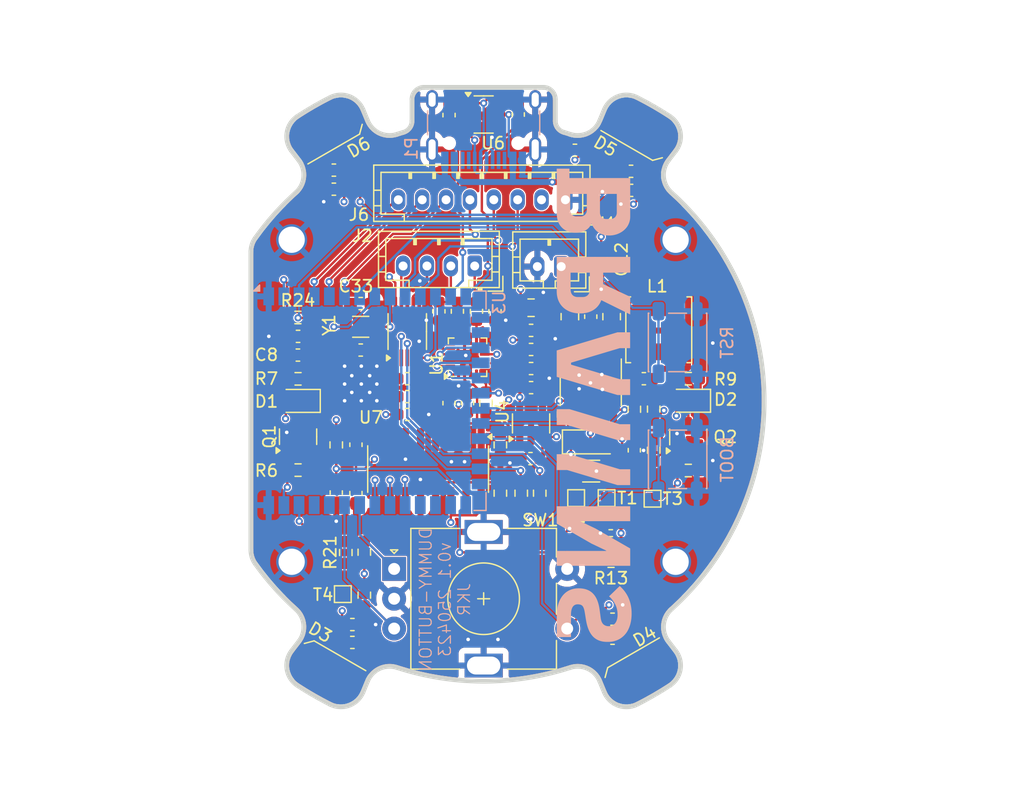
<source format=kicad_pcb>
(kicad_pcb (version 20241229) (generator "pcbnew") (generator_version "9.0")
  (title_block (title "Dummy button") (date "2025-04-23") (rev "v0.1"))
  (layers (0 "F.Cu" signal) (4 "In1.Cu" signal) (6 "In2.Cu" signal) (2 "B.Cu" signal) (13 "F.Paste" user) (15 "B.Paste" user) (5 "F.SilkS" user "F.Silkscreen") (7 "B.SilkS" user "B.Silkscreen") (1 "F.Mask" user) (3 "B.Mask" user) (25 "Edge.Cuts" user))
  (net 0 "")
  (net 1 "GND")
  (net 2 "+5V")
  (net 3 "+3V3")
  (net 4 "Net-(U2-LX)")
  (net 5 "Net-(D3-DOUT)")
  (net 6 "Net-(D1-K)")
  (net 7 "Net-(D2-K)")
  (net 8 "Net-(Q1-C)")
  (net 9 "Net-(Q1-B)")
  (net 10 "Net-(Q2-B)")
  (net 11 "Net-(Q2-C)")
  (net 12 "Net-(D4-DOUT)")
  (net 13 "Net-(J1-Pin_1)")
  (net 14 "VBUS")
  (net 15 "Net-(U2-PROG)")
  (net 19 "Net-(U6-I{slash}O1)")
  (net 21 "/CPU/SDA")
  (net 22 "/CPU/SCL")
  (net 23 "/CPU/LED_BUS")
  (net 27 "Net-(U1-OUTP)")
  (net 30 "/CPU/DM")
  (net 34 "/CPU/ROT_SW")
  (net 36 "/CPU/ROT_A")
  (net 38 "/CPU/ROT_B")
  (net 39 "/CPU/DP")
  (net 41 "/CPU/REPRO_SD_MODE")
  (net 42 "/CPU/GAIN_A")
  (net 43 "/CPU/GAIN_C")
  (net 44 "/CPU/REPRO_CLK")
  (net 45 "/CPU/REPRO_WS")
  (net 47 "/CPU/GAIN_B")
  (net 48 "Net-(D5-DOUT)")
  (net 49 "Net-(U1-OUTN)")
  (net 50 "Net-(U5-REG)")
  (net 51 "/Peripherals/REPRO_P")
  (net 52 "/Peripherals/REPRO_N")
  (net 53 "/Peripherals/MOTOR_N")
  (net 54 "/Peripherals/MOTOR_P")
  (net 55 "/CPU/REPRO_SD")
  (net 56 "/CPU/BOOT")
  (net 57 "/CPU/MOTOR_EN")
  (net 58 "/CPU/UART_RX")
  (net 59 "/CPU/UART_TX")
  (net 64 "Net-(U7-X0)")
  (net 65 "Net-(U7-X4)")
  (net 66 "/Peripherals/REPRO_GAIN")
  (net 67 "/CPU/HEARTBEAT")
  (net 68 "/CPU/LCD_DC")
  (net 69 "/CPU/LCD_SCK")
  (net 70 "/CPU/LCD_BLK")
  (net 71 "/CPU/LCD_RST")
  (net 72 "/CPU/LCD_MOSI")
  (net 73 "/CPU/LCD_CS")
  (net 74 "/CPU/EN")
  (net 75 "/CPU/XTAL_A")
  (net 76 "/CPU/XTAL_B")
  (net 77 "Net-(U6-I{slash}O2)")
  (net 79 "/CPU/BAT_STDBY")
  (net 80 "/CPU/BAT_CHRG")
  (footprint "Inductor_SMD:L_Sunlord_SWPA5040S" (layer "F.Cu") (at 164.625 95.5375 90)
    (property "Reference" "L1")
    (property "Value" "10u")
  )
  (footprint "Resistor_SMD:R_0603_1608Metric_Pad0.98x0.95mm_HandSolder" (layer "F.Cu") (at 150.15 101.6875 90)
    (property "Reference" "R23" (hide yes))
    (property "Value" "12k")
  )
  (footprint "Capacitor_SMD:C_0603_1608Metric_Pad1.08x0.95mm_HandSolder" (layer "F.Cu") (at 143.55 102.6375)
    (property "Reference" "C32" (hide yes))
    (property "Value" "100n")
  )
  (footprint "Diode_SMD:D_SOD-123" (layer "F.Cu") (at 158.91 104.9375)
    (property "Reference" "D7" (hide yes))
    (property "Value" "TVS")
  )
  (footprint "MountingHole:MountingHole_2.2mm_M2_Pad_TopOnly" (layer "F.Cu") (at 133.864145 114.987669 180)
    (property "Reference" "H4" (hide yes))
    (property "Value" "M2_Pad_Via")
  )
  (footprint "Capacitor_SMD:C_0603_1608Metric" (layer "F.Cu") (at 150.9 93.9875 -90)
    (property "Reference" "C37" (hide yes))
    (property "Value" "220p")
  )
  (footprint "Capacitor_SMD:C_0603_1608Metric_Pad1.08x0.95mm_HandSolder" (layer "F.Cu") (at 137.4 82.15)
    (property "Reference" "C15" (hide yes))
    (property "Value" "1u")
  )
  (footprint "Capacitor_SMD:C_0603_1608Metric_Pad1.08x0.95mm_HandSolder" (layer "F.Cu") (at 139.25 109.2375 90)
    (property "Reference" "C28" (hide yes))
    (property "Value" "1u")
  )
  (footprint "Package_SO:SOIC-16_3.9x9.9mm_P1.27mm" (layer "F.Cu") (at 145.295 107.2125 -90)
    (property "Reference" "U7")
    (property "Value" "CD4051B")
  )
  (footprint "Inductor_SMD:L_0603_1608Metric" (layer "F.Cu") (at 149.35 93.9875 -90)
    (property "Reference" "FB2" (hide yes))
    (property "Value" "FerriteBead_Small")
  )
  (footprint "Package_TO_SOT_SMD:SOT-23-5" (layer "F.Cu") (at 153.925 103.3875 90)
    (property "Reference" "U4")
    (property "Value" "TLV75533PDBV")
  )
  (footprint "Capacitor_SMD:C_0603_1608Metric_Pad1.08x0.95mm_HandSolder" (layer "F.Cu") (at 137.4 83.75)
    (property "Reference" "C5" (hide yes))
    (property "Value" "100n" (hide yes))
  )
  (footprint "Capacitor_SMD:C_0603_1608Metric_Pad1.08x0.95mm_HandSolder" (layer "F.Cu") (at 139.25 105.175 -90)
    (property "Reference" "C9" (hide yes))
    (property "Value" "100n")
  )
  (footprint "Resistor_SMD:R_0603_1608Metric_Pad0.98x0.95mm_HandSolder" (layer "F.Cu") (at 167.1 107.3375 180)
    (property "Reference" "R8" (hide yes))
    (property "Value" "12k" (hide yes))
  )
  (footprint "Connector_JST:JST_PH_B2B-PH-K_1x02_P2.00mm_Vertical" (layer "F.Cu") (at 156.45 90.2375 180)
    (property "Reference" "J1")
    (property "Value" "Batt")
  )
  (footprint "Connector_JST:JST_PH_B4B-PH-K_1x04_P2.00mm_Vertical" (layer "F.Cu") (at 149.2 90.1875 180)
    (property "Reference" "J2")
    (property "Value" "repro_motor")
  )
  (footprint "TestPoint:TestPoint_Pad_1.0x1.0mm" (layer "F.Cu") (at 138.15 117.7)
    (property "Reference" "T4")
    (property "Value" "TestPoint")
  )
  (footprint "Package_TO_SOT_SMD:SOT-23-6" (layer "F.Cu") (at 149.95 77.4875)
    (property "Reference" "U6")
    (property "Value" "ESDU5V0H4")
  )
  (footprint "Resistor_SMD:R_0603_1608Metric_Pad0.98x0.95mm_HandSolder" (layer "F.Cu") (at 151.35 105.1875 -90)
    (property "Reference" "R26" (hide yes))
    (property "Value" "100k")
  )
  (footprint "Package_TO_SOT_SMD:SOT-23" (layer "F.Cu") (at 167.1 104.525 90)
    (property "Reference" "Q2")
    (property "Value" "MMBT2222A")
  )
  (footprint "LED_SMD:LED_0805_2012Metric_Pad1.15x1.40mm_HandSolder" (layer "F.Cu") (at 134.4 101.5 180)
    (property "Reference" "D1")
    (property "Value" "NCD0805R1" (hide yes))
  )
  (footprint "Resistor_SMD:R_0603_1608Metric_Pad0.98x0.95mm_HandSolder" (layer "F.Cu") (at 134.4 99.65)
    (property "Reference" "R7")
    (property "Value" "100R" (hide yes))
  )
  (footprint "Capacitor_SMD:C_0603_1608Metric_Pad1.08x0.95mm_HandSolder" (layer "F.Cu") (at 139.65 93.3375 180)
    (property "Reference" "C33")
    (property "Value" "12p")
  )
  (footprint "Resistor_SMD:R_0603_1608Metric_Pad0.98x0.95mm_HandSolder" (layer "F.Cu") (at 138.4 114.2125 90)
    (property "Reference" "R21")
    (property "Value" "12k")
  )
  (footprint "Capacitor_SMD:C_0805_2012Metric" (layer "F.Cu") (at 157.175 94.4375 90)
    (property "Reference" "C29" (hide yes))
    (property "Value" "22u")
  )
  (footprint "Capacitor_SMD:C_0805_2012Metric_Pad1.18x1.45mm_HandSolder" (layer "F.Cu") (at 153.925 93.6875)
    (property "Reference" "C20" (hide yes))
    (property "Value" "4u7")
  )
  (footprint "Resistor_SMD:R_0603_1608Metric_Pad0.98x0.95mm_HandSolder" (layer "F.Cu") (at 167.1 99.6375)
    (property "Reference" "R9")
    (property "Value" "100R" (hide yes))
  )
  (footprint "Capacitor_SMD:C_0603_1608Metric_Pad1.08x0.95mm_HandSolder" (layer "F.Cu") (at 139.65 97.2375)
    (property "Reference" "C40" (hide yes))
    (property "Value" "12p")
  )
  (footprint "MountingHole:MountingHole_2.2mm_M2_Pad_TopOnly" (layer "F.Cu") (at 166.035561 87.987669 180)
    (property "Reference" "H2" (hide yes))
    (property "Value" "M2_Pad_Via")
  )
  (footprint "Resistor_SMD:R_0603_1608Metric_Pad0.98x0.95mm_HandSolder" (layer "F.Cu") (at 164.2 105.6375 90)
    (property "Reference" "R19" (hide yes))
    (property "Value" "12k")
  )
  (footprint "TestPoint:TestPoint_Pad_1.0x1.0mm" (layer "F.Cu") (at 164.1 109.7)
    (property "Reference" "T3")
    (property "Value" "TestPoint")
  )
  (footprint "LED_SMD:LED_0805_2012Metric_Pad1.15x1.40mm_HandSolder" (layer "F.Cu") (at 167.1 101.4875 180)
    (property "Reference" "D2")
    (property "Value" "NCD0805R1" (hide yes))
  )
  (footprint "MountingHole:MountingHole_2.2mm_M2_Pad_TopOnly" (layer "F.Cu") (at 166.035561 114.987669 180)
    (property "Reference" "H3" (hide yes))
    (property "Value" "M2_Pad_Via")
  )
  (footprint "Package_SO:VSSOP-10_3x3mm_P0.5mm" (layer "F.Cu") (at 143.55 95.6875 90)
    (property "Reference" "U5" (hide yes))
    (property "Value" "DRV2605LDGS")
  )
  (footprint "Resistor_SMD:R_0603_1608Metric_Pad0.98x0.95mm_HandSolder" (layer "F.Cu") (at 139.95 117.7875 -90)
    (property "Reference" "R15" (hide yes))
    (property "Value" "12k")
  )
  (footprint "Capacitor_SMD:C_0603_1608Metric_Pad1.08x0.95mm_HandSolder" (layer "F.Cu") (at 157.6 80.4875)
    (property "Reference" "C2" (hide yes))
    (property "Value" "100n" (hide yes))
  )
  (footprint "Capacitor_SMD:C_0603_1608Metric_Pad1.08x0.95mm_HandSolder" (layer "F.Cu") (at 147.05 101.6875 90)
    (property "Reference" "C30" (hide yes))
    (property "Value" "100n")
  )
  (footprint "Capacitor_SMD:C_0603_1608Metric_Pad1.08x0.95mm_HandSolder" (layer "F.Cu") (at 153.925 98.7875)
    (property "Reference" "C21" (hide yes))
    (property "Value" "100n")
  )
  (footprint "Capacitor_SMD:C_0603_1608Metric_Pad1.08x0.95mm_HandSolder" (layer "F.Cu") (at 134.4 96.0875 180)
    (property "Reference" "C19" (hide yes))
    (property "Value" "1u")
  )
  (footprint "Capacitor_SMD:C_0603_1608Metric_Pad1.08x0.95mm_HandSolder" (layer "F.Cu") (at 158.925 94.4375 90)
    (property "Reference" "C24" (hide yes))
    (property "Value" "100n")
  )
  (footprint "Capacitor_SMD:C_0603_1608Metric_Pad1.08x0.95mm_HandSolder" (layer "F.Cu") (at 160.6 111.7875)
    (property "Reference" "C3" (hide yes))
    (property "Value" "100n")
  )
  (footprint "Capacitor_SMD:C_0603_1608Metric_Pad1.08x0.95mm_HandSolder" (layer "F.Cu") (at 159.8 89.6375 90)
    (property "Reference" "C12")
    (property "Value" "1u" (hide yes))
  )
  (footprint "Capacitor_SMD:C_0603_1608Metric_Pad1.08x0.95mm_HandSolder" (layer "F.Cu") (at 138.95 120.25 180)
    (property "Reference" "C7" (hide yes))
    (property "Value" "100n" (hide yes))
  )
  (footprint "Package_DFN_QFN:TQFN-16-1EP_3x3mm_P0.5mm_EP1.23x1.23mm" (layer "F.Cu") (at 148.6 97.8375 90)
    (property "Reference" "U1")
    (property "Value" "MAX98357A")
  )
  (footprint "Resistor_SMD:R_0603_1608Metric_Pad0.98x0.95mm_HandSolder" (layer "F.Cu") (at 162.575 102.2 90)
    (property "Reference" "R20" (hide yes))
    (property "Value" "12k")
  )
  (footprint "Capacitor_SMD:C_0603_1608Metric_Pad1.08x0.95mm_HandSolder" (layer "F.Cu") (at 138.95 121.75 180)
    (property "Reference" "C17" (hide yes))
    (property "Value" "1u")
  )
  (footprint "Resistor_SMD:R_0603_1608Metric_Pad0.98x0.95mm_HandSolder" (layer "F.Cu") (at 164.2 102.1875 90)
    (property "Reference" "R16" (hide yes))
    (property "Value" "12k")
  )
  (footprint "Capacitor_SMD:C_0603_1608Metric_Pad1.08x0.95mm_HandSolder" (layer "F.Cu") (at 160.6 113.3875)
    (property "Reference" "C13" (hide yes))
    (property "Value" "1u")
  )
  (footprint "Capacitor_SMD:C_0603_1608Metric_Pad1.08x0.95mm_HandSolder" (layer "F.Cu") (at 143.55 99.6375 180)
    (property "Reference" "C18" (hide yes))
    (property "Value" "1u")
  )
  (footprint "Capacitor_SMD:C_0603_1608Metric_Pad1.08x0.95mm_HandSolder" (layer "F.Cu") (at 162.3 82.25)
    (property "Reference" "C16" (hide yes))
    (property "Value" "1u")
  )
  (footprint "Rotary_Encoder:RotaryEncoder_Alps_EC11E-Switch_Vertical_H20mm" (layer "F.Cu") (at 142.45 115.5875)
    (property "Reference" "SW1")
    (property "Value" "RotaryEncoder_Switch_MP")
  )
  (footprint "Capacitor_SMD:C_0603_1608Metric_Pad1.08x0.95mm_HandSolder" (layer "F.Cu") (at 160.75 119.8 180)
    (property "Reference" "C14" (hide yes))
    (property "Value" "1u")
  )
  (footprint "Capacitor_SMD:C_0805_2012Metric" (layer "F.Cu") (at 160.675 94.4375 90)
    (property "Reference" "C26" (hide yes))
    (property "Value" "22u")
  )
  (footprint "Package_TO_SOT_SMD:SOT-23" (layer "F.Cu") (at 134.4 104.5 90)
    (property "Reference" "Q1")
    (property "Value" "MMBT2222A")
  )
  (footprint "Capacitor_SMD:C_0603_1608Metric_Pad1.08x0.95mm_HandSolder" (layer "F.Cu") (at 153.925 95.5875)
    (property "Reference" "C23" (hide yes))
    (property "Value" "100n")
  )
  (footprint "Resistor_SMD:R_0603_1608Metric_Pad0.98x0.95mm_HandSolder" (layer "F.Cu") (at 154.65 109.2375 90)
    (property "Reference" "R11" (hide yes))
    (property "Value" "12k" (hide yes))
  )
  (footprint "Package_SO:HTSOP-8-1EP_3.9x4.9mm_P1.27mm_EP2.4x3.2mm" (layer "F.Cu") (at 158.925 99.9375 90)
    (property "Reference" "U2" (hide yes))
    (property "Value" "TP5400")
  )
  (footprint "LED_SMD:LED_SK6812MINI_PLCC4_3.5x3.5mm_P1.75mm" (layer "F.Cu") (at 136.65 78.5 30)
    (property "Reference" "D6")
    (property "Value" "WS2812B")
  )
  (footprint "Resistor_SMD:R_0603_1608Metric_Pad0.98x0.95mm_HandSolder" (layer "F.Cu") (at 134.4 107.3 180)
    (property "Reference" "R6")
    (property "Value" "12k" (hide yes))
  )
  (footprint "Capacitor_SMD:C_1206_3216Metric" (layer "F.Cu") (at 158.96 107.3875)
    (property "Reference" "C27" (hide yes))
    (property "Value" "100u")
  )
  (footprint "LED_SMD:LED_SK6812MINI_PLCC4_3.5x3.5mm_P1.75mm" (layer "F.Cu") (at 163.2 78.5 -30)
    (property "Reference" "D5")
    (property "Value" "WS2812B")
  )
  (footprint "Capacitor_SMD:C_0603_1608Metric_Pad1.08x0.95mm_HandSolder" (layer "F.Cu") (at 162.3 83.85)
    (property "Reference" "C6" (hide yes))
    (property "Value" "100n" (hide yes))
  )
  (footprint "Resistor_SMD:R_0603_1608Metric_Pad0.98x0.95mm_HandSolder" (layer "F.Cu") (at 153.1 109.2375 90)
    (property "Reference" "R12" (hide yes))
    (property "Value" "12k" (hide yes))
  )
  (footprint "Capacitor_SMD:C_0603_1608Metric_Pad1.08x0.95mm_HandSolder" (layer "F.Cu") (at 137.6 109.1875 -90)
    (property "Reference" "C10" (hide yes))
    (property "Value" "100n")
  )
  (footprint "Capacitor_SMD:C_0603_1608Metric_Pad1.08x0.95mm_HandSolder" (layer "F.Cu") (at 153.925 97.1875)
    (property "Reference" "C22" (hide yes))
    (property "Value" "100n")
  )
  (footprint "LED_SMD:LED_SK6812MINI_PLCC4_3.5x3.5mm_P1.75mm" (layer "F.Cu") (at 163.25 124.5 -150)
    (property "Reference" "D4")
    (property "Value" "WS2812B")
  )
  (footprint "Connector_JST:JST_PH_B8B-PH-K_1x08_P2.00mm_Vertical" (layer "F.Cu") (at 156.8 84.6375 180)
    (property "Reference" "J6")
    (property "Value" "LCD")
  )
  (footprint "Capacitor_SMD:C_0603_1608Metric" (layer "F.Cu") (at 146.2 93.9875 -90)
    (property "Reference" "C38" (hide yes))
    (property "Value" "220p")
  )
  (footprint "Capacitor_SMD:C_0603_1608Metric_Pad1.08x0.95mm_HandSolder" (layer "F.Cu") (at 162.575 105.6375 90)
    (property "Reference" "C25" (hide yes))
    (property "Value" "100n")
  )
  (footprint "Capacitor_SMD:C_0603_1608Metric" (layer "F.Cu") (at 163.375 99.6375 180)
    (property "Reference" "C31" (hide yes))
    (property "Value" "10u")
  )
  (footprint "Capacitor_SMD:C_0603_1608Metric_Pad1.08x0.95mm_HandSolder" (layer "F.Cu") (at 134.3875 97.6575 180)
    (property "Reference" "C8")
    (property "Value" "100n")
  )
  (footprint "Crystal:Crystal_SMD_3215-2Pin_3.2x1.5mm" (layer "F.Cu") (at 139.65 95.2875)
    (property "Reference" "Y1")
    (property "Value" "32.768 kHz")
  )
  (footprint "Capacitor_SMD:C_0603_1608Metric_Pad1.08x0.95mm_HandSolder" (layer "F.Cu") (at 147.05 77.5375 90)
    (property "Reference" "R18" (hide yes))
    (property "Value" "10R")
  )
  (footprint "TestPoint:TestPoint_Pad_1.0x1.0mm" (layer "F.Cu") (at 160.25 109.65)
    (property "Reference" "T1")
    (property "Value" "TestPoint")
  )
  (footprint "Resistor_SMD:R_0603_1608Metric_Pad0.98x0.95mm_HandSolder" (layer "F.Cu") (at 137.6 105.1875 -90)
    (property "Reference" "R27" (hide yes))
    (property "Value" "12k")
  )
  (footprint "Capacitor_SMD:C_0603_1608Metric" (layer "F.Cu") (at 153.925 100.3875)
    (property "Reference" "C35" (hide yes))
    (property "Value" "10u")
  )
  (footprint "Capacitor_SMD:C_0603_1608Metric" (layer "F.Cu") (at 153.875 106.3375 180)
    (property "Reference" "C34" (hide yes))
    (property "Value" "10u")
  )
  (footprint "Capacitor_SMD:C_0603_1608Metric" (layer "F.Cu") (at 148.6 101.6875 90)
    (property "Reference" "C36" (hide yes))
    (property "Value" "10u")
  )
  (footprint "Capacitor_SMD:C_0603_1608Metric_Pad1.08x0.95mm_HandSolder" (layer "F.Cu") (at 160.75 121.4 180)
    (property "Reference" "C4" (hide yes))
    (property "Value" "100n" (hide yes))
  )
  (footprint "Inductor_SMD:L_0603_1608Metric" (layer "F.Cu") (at 147.75 93.9875 -90)
    (property "Reference" "FB1" (hide yes))
    (property "Value" "FerriteBead_Small")
  )
  (footprint "Resistor_SMD:R_0603_1608Metric_Pad0.98x0.95mm_HandSolder" (layer "F.Cu") (at 151.35 109.2375 -90)
    (property "Reference" "R25" (hide yes))
    (property "Value" "100k")
  )
  (footprint "Resistor_SMD:R_0603_1608Metric_Pad0.98x0.95mm_HandSolder" (layer "F.Cu") (at 139.95 114.1875 90)
    (property "Reference" "R14" (hide yes))
    (property "Value" "12k")
  )
  (footprint "Capacitor_SMD:C_0603_1608Metric_Pad1.08x0.95mm_HandSolder" (layer "F.Cu") (at 152.85 77.4875 90)
    (property "Reference" "R17" (hide yes))
    (property "Value" "10R")
  )
  (footprint "Resistor_SMD:R_0603_1608Metric_Pad0.98x0.95mm_HandSolder" (layer "F.Cu") (at 134.3875 94.5075)
    (property "Reference" "R24")
    (property "Value" "12k")
  )
  (footprint "MountingHole:MountingHole_2.2mm_M2_Pad_TopOnly" (layer "F.Cu") (at 133.864145 87.987669 180)
    (property "Reference" "H1" (hide yes))
    (property "Value" "M2_Pad_Via")
  )
  (footprint "Resistor_SMD:R_0603_1608Metric_Pad0.98x0.95mm_HandSolder" (layer "F.Cu") (at 160.625 114.9375 180)
    (property "Reference" "R13")
    (property "Value" "12k")
  )
  (footprint "TestPoint:TestPoint_Pad_1.0x1.0mm" (layer "F.Cu") (at 157.7 109.65)
    (property "Reference" "T2")
    (property "Value" "TestPoint")
  )
  (footprint "Capacitor_SMD:C_0603_1608Metric" (layer "F.Cu") (at 143.55 101.1375)
    (property "Reference" "C39" (hide yes))
    (property "Value" "10u")
  )
  (footprint "LED_SMD:LED_SK6812MINI_PLCC4_3.5x3.5mm_P1.75mm" (layer "F.Cu") (at 136.65 124.45 150)
    (property "Reference" "D3")
    (property "Value" "WS2812B")
  )
  (footprint "Button_Switch_SMD:SW_SPST_PTS647_Sx38" (layer "B.Cu") (at 166.2 96.6 -90)
    (property "Reference" "SW2")
    (property "Value" "RST")
  )
  (footprint "Button_Switch_SMD:SW_SPST_PTS647_Sx38" (layer "B.Cu") (at 166.204415 106.4 -90)
    (property "Reference" "SW3")
    (property "Value" "BOOT")
  )
  (footprint "RF_Module:ESP32-S3-WROOM-1" (layer "B.Cu") (at 137.2 101.4875 -90)
    (property "Reference" "U3")
    (property "Value" "ESP32-S3-WROOM-1")
  )
  (footprint "Connector_USB:USB_C_Receptacle_HRO_TYPE-C-31-M-12" (layer "B.Cu") (at 149.95 77.2875)
    (property "Reference" "P1")
    (property "Value" "USB_C_Plug_USB2.0")
  )
  (gr_poly (pts (xy 157.269454 121.30007) (xy 157.269454 119.428137) (xy 157.270016 119.37442) (xy 157.271699 119.322408) (xy 157.274501 119.272101) (xy 157.27842 119.2235) (xy 157.283453 119.176603) (xy 157.289598 119.131413) (xy 157.296852 119.087927) (xy 157.305214 119.046147) (xy 157.31468 119.006072) (xy 157.325248 118.967703) (xy 157.336916 118.931038) (xy 157.349681 118.89608) (xy 157.363541 118.862826) (xy 157.378494 118.831278) (xy 157.394537 118.801435) (xy 157.411667 118.773297) (xy 157.429882 118.746865) (xy 157.449181 118.722138) (xy 157.469559 118.699116) (xy 157.491016 118.6778) (xy 157.513548 118.658189) (xy 157.537153 118.640283) (xy 157.561829 118.624083) (xy 157.587574 118.609588) (xy 157.614384 118.596798) (xy 157.642257 118.585713) (xy 157.671192 118.576334) (xy 157.701185 118.56866) (xy 157.732234 118.562692) (xy 157.764337 118.558428) (xy 157.797492 118.555871) (xy 157.831695 118.555018) (xy 157.868204 118.555638) (xy 157.903318 118.557498) (xy 157.937037 118.560598) (xy 157.96936 118.564939) (xy 158.000288 118.570519) (xy 158.029821 118.57734) (xy 158.057959 118.585401) (xy 158.084701 118.594703) (xy 158.110048 118.605244) (xy 158.134 118.617026) (xy 158.145453 118.623382) (xy 158.156557 118.630049) (xy 158.167312 118.637025) (xy 158.177719 118.644311) (xy 158.187776 118.651908) (xy 158.197485 118.659814) (xy 158.206845 118.668031) (xy 158.215856 118.676558) (xy 158.224518 118.685395) (xy 158.232832 118.694542) (xy 158.240796 118.703999) (xy 158.248412 118.713767) (xy 158.263062 118.734466) (xy 158.277248 118.75689) (xy 158.290968 118.781058) (xy 158.304223 118.806989) (xy 158.317013 118.834704) (xy 158.329337 118.86422) (xy 158.341197 118.895559) (xy 158.352592 118.928738) (xy 158.363522 118.963778) (xy 158.373986 119.000697) (xy 158.383986 119.039516) (xy 158.39352 119.080253) (xy 158.411194 119.16756) (xy 158.427007 119.262774) (xy 158.526225 119.871317) (xy 158.54599 119.986039) (xy 158.56807 120.097039) (xy 158.592456 120.204319) (xy 158.619139 120.307879) (xy 158.648109 120.407717) (xy 158.679355 120.503835) (xy 158.712869 120.596233) (xy 158.74864 120.684909) (xy 158.786659 120.769865) (xy 158.826917 120.851101) (xy 158.869403 120.928615) (xy 158.914108 121.002409) (xy 158.961022 121.072482) (xy 159.010136 121.138835) (xy 159.061439 121.201467) (xy 159.114923 121.260378) (xy 159.172054 121.315644) (xy 159.23184 121.367324) (xy 159.294301 121.4154) (xy 159.359455 121.459852) (xy 159.427322 121.50066) (xy 159.497922 121.537806) (xy 159.571273 121.57127) (xy 159.647396 121.601033) (xy 159.726309 121.627074) (xy 159.808032 121.649376) (xy 159.892585 121.667918) (xy 159.979986 121.682681) (xy 160.070255 121.693646) (xy 160.163412 121.700794) (xy 160.259475 121.704104) (xy 160.358464 121.703558) (xy 160.426665 121.703635) (xy 160.494787 121.701387) (xy 160.562755 121.696813) (xy 160.63049 121.689913) (xy 160.697915 121.680689) (xy 160.764953 121.669139) (xy 160.831525 121.655263) (xy 160.897555 121.639062) (xy 160.962964 121.620536) (xy 161.027676 121.599684) (xy 161.091613 121.576507) (xy 161.154697 121.551005) (xy 161.216851 121.523177) (xy 161.277997 121.493024) (xy 161.338058 121.460546) (xy 161.396957 121.425742) (xy 161.454464 121.387535) (xy 161.510373 121.347361) (xy 161.564635 121.305269) (xy 161.617201 121.261307) (xy 161.668023 121.215523) (xy 161.717053 121.167967) (xy 161.764241 121.118685) (xy 161.80954 121.067728) (xy 161.852902 121.015143) (xy 161.894277 120.960978) (xy 161.933617 120.905283) (xy 161.970874 120.848105) (xy 162.006 120.789493) (xy 162.038945 120.729495) (xy 162.069662 120.66816) (xy 162.098102 120.605536) (xy 162.128176 120.537713) (xy 162.15638 120.468193) (xy 162.182704 120.396988) (xy 162.207139 120.324107) (xy 162.229675 120.249559) (xy 162.250302 120.173354) (xy 162.269011 120.095501) (xy 162.285791 120.016012) (xy 162.300633 119.934894) (xy 162.313528 119.852158) (xy 162.324466 119.767814) (xy 162.333436 119.681871) (xy 162.34043 119.594339) (xy 162.345438 119.505228) (xy 162.34845 119.414547) (xy 162.349456 119.322306) (xy 162.345579 119.147045) (xy 162.33394 118.97597) (xy 162.314531 118.80908) (xy 162.287341 118.646377) (xy 162.252361 118.48786) (xy 162.20958 118.333528) (xy 162.158991 118.183382) (xy 162.100582 118.037422) (xy 162.034344 117.895648) (xy 161.960267 117.75806) (xy 161.878342 117.624657) (xy 161.788559 117.49544) (xy 161.690908 117.370409) (xy 161.58538 117.249564) (xy 161.471964 117.132904) (xy 161.350652 117.02043) (xy 160.457685 117.886942) (xy 160.544191 117.967327) (xy 160.625116 118.049737) (xy 160.70046 118.134181) (xy 160.770222 118.22067) (xy 160.834404 118.309213) (xy 160.893005 118.39982) (xy 160.946025 118.4925) (xy 160.993464 118.587264) (xy 161.035322 118.68412) (xy 161.071599 118.783078) (xy 161.102294 118.884149) (xy 161.127409 118.987342) (xy 161.146943 119.092667) (xy 161.160895 119.200132) (xy 161.169267 119.309749) (xy 161.172057 119.421526) (xy 161.171208 119.480129) (xy 161.168673 119.53688) (xy 161.164471 119.591791) (xy 161.158622 119.644871) (xy 161.151145 119.696129) (xy 161.142059 119.745575) (xy 161.131385 119.79322) (xy 161.119141 119.839071) (xy 161.105347 119.88314) (xy 161.090022 119.925436) (xy 161.073185 119.965968) (xy 161.054856 120.004746) (xy 161.035054 120.041781) (xy 161.013799 120.077081) (xy 160.99111 120.110656) (xy 160.967006 120.142516) (xy 160.954374 120.15724) (xy 160.941297 120.171634) (xy 160.927793 120.18568) (xy 160.913882 120.199358) (xy 160.899584 120.212649) (xy 160.884917 120.225532) (xy 160.869902 120.237989) (xy 160.854557 120.25) (xy 160.838902 120.261547) (xy 160.822957 120.272608) (xy 160.80674 120.283166) (xy 160.790271 120.293201) (xy 160.77357 120.302693) (xy 160.756656 120.311623) (xy 160.739547 120.319971) (xy 160.722264 120.327719) (xy 160.703659 120.336091) (xy 160.685045 120.343842) (xy 160.666411 120.350974) (xy 160.647747 120.357485) (xy 160.629045 120.363377) (xy 160.610295 120.368648) (xy 160.591486 120.373299) (xy 160.57261 120.37733) (xy 160.553656 120.380741) (xy 160.534615 120.383531) (xy 160.515477 120.385702) (xy 160.496233 120.387253) (xy 160.476872 120.388184) (xy 160.457385 120.388494) (xy 160.437762 120.388185) (xy 160.417995 120.387255) (xy 160.388239 120.387724) (xy 160.358541 120.386673) (xy 160.328959 120.384129) (xy 160.299552 120.380122) (xy 160.270377 120.374681) (xy 160.241493 120.367836) (xy 160.212958 120.359614) (xy 160.18483 120.350046) (xy 160.157167 120.33916) (xy 160.130027 120.326986) (xy 160.103468 120.313551) (xy 160.077549 120.298887) (xy 160.052328 120.28302) (xy 160.027862 120.265981) (xy 160.004211 120.247799) (xy 159.981431 120.228503) (xy 159.960738 120.207803) (xy 159.94084 120.18538) (xy 159.921755 120.161211) (xy 159.903504 120.13528) (xy 159.886105 120.107565) (xy 159.869579 120.078049) (xy 159.853943 120.04671) (xy 159.839219 120.013531) (xy 159.825424 119.978491) (xy 159.812579 119.941572) (xy 159.800704 119.902753) (xy 159.789816 119.862016) (xy 159.779936 119.819341) (xy 159.771083 119.774709) (xy 159.763276 119.7281) (xy 159.756536 119.679495) (xy 159.677159 119.077567) (xy 159.661111 118.960442) (xy 159.642718 118.847193) (xy 159.621961 118.73782) (xy 159.598819 118.632323) (xy 159.573275 118.530701) (xy 159.545309 118.432955) (xy 159.5149 118.339085) (xy 159.482031 118.24909) (xy 159.446681 118.162971) (xy 159.408831 118.080728) (xy 159.368462 118.002361) (xy 159.325555 117.927869) (xy 159.280089 117.857254) (xy 159.232046 117.790514) (xy 159.181406 117.72765) (xy 159.12815 117.668662) (xy 159.073278 117.613394) (xy 159.015354 117.561692) (xy 158.954426 117.513556) (xy 158.890543 117.468985) (xy 158.823753 117.427979) (xy 158.754104 117.390539) (xy 158.681646 117.356665) (xy 158.606426 117.326356) (xy 158.528493 117.299613) (xy 158.447895 117.276436) (xy 158.364682 117.256824) (xy 158.2789 117.240778) (xy 158.1906 117.228298) (xy 158.099828 117.219384) (xy 158.006635 117.214035) (xy 157.911067 117.212252) (xy 157.809369 117.214576) (xy 157.710162 117.221541) (xy 157.613454 117.233138) (xy 157.519256 117.249356) (xy 157.427577 117.270187) (xy 157.338427 117.29562) (xy 157.251816 117.325646) (xy 157.167753 117.360255) (xy 157.086248 117.399437) (xy 157.007311 117.443183) (xy 156.930951 117.491483) (xy 156.857178 117.544327) (xy 156.786002 117.601705) (xy 156.717432 117.663609) (xy 156.651479 117.730027) (xy 156.588151 117.800951) (xy 156.529164 117.875907) (xy 156.473753 117.954418) (xy 156.421926 118.036476) (xy 156.373694 118.12207) (xy 156.329067 118.211191) (xy 156.288054 118.303829) (xy 156.250664 118.399974) (xy 156.216908 118.499618) (xy 156.186795 118.602749) (xy 156.160336 118.709359) (xy 156.137538 118.819438) (xy 156.118413 118.932976) (xy 156.10297 119.049964) (xy 156.091219 119.170391) (xy 156.083169 119.294248) (xy 156.07883 119.421526) (xy 156.07883 121.30007)) (stroke (width -0.000001)) (fill yes) (layer "B.SilkS"))
  (gr_poly (pts (xy 156.938726 99.743142) (xy 161.158828 101.006527) (xy 162.223777 101.006527) (xy 162.223777 99.676997) (xy 161.35065 99.676997) (xy 157.276067 98.459914) (xy 157.276067 98.294548) (xy 161.35065 97.077466) (xy 162.223777 97.077466) (xy 162.223777 95.747934) (xy 161.158828 95.747934) (xy 156.938726 97.011319) (xy 156.072215 97.269288) (xy 156.072215 99.485173)) (stroke (width -0.000001)) (fill yes) (layer "B.SilkS"))
  (gr_poly (pts (xy 158.982629 113.461787) (xy 160.219556 114.050486) (xy 160.219556 114.076945) (xy 156.072211 114.076945) (xy 156.072211 115.327097) (xy 162.23039 115.327097) (xy 162.23039 113.87189) (xy 159.319972 112.198403) (xy 158.083045 111.609705) (xy 158.083045 111.583247) (xy 162.23039 111.583247) (xy 162.23039 110.333092) (xy 156.072211 110.333092) (xy 156.072211 111.7883)) (stroke (width -0.000001)) (fill yes) (layer "B.SilkS"))
  (gr_poly (pts (xy 156.078828 85.786372) (xy 156.080459 85.879388) (xy 156.085365 85.969913) (xy 156.093566 86.057939) (xy 156.10508 86.143456) (xy 156.119927 86.226453) (xy 156.138127 86.306921) (xy 156.159698 86.384851) (xy 156.184661 86.460232) (xy 156.213035 86.533056) (xy 156.244838 86.603311) (xy 156.280091 86.67099) (xy 156.318813 86.736081) (xy 156.361023 86.798575) (xy 156.40674 86.858464) (xy 156.455984 86.915736) (xy 156.508775 86.970382) (xy 156.563266 87.022008) (xy 156.620073 87.070234) (xy 156.679186 87.115068) (xy 156.740596 87.15652) (xy 156.804292 87.194601) (xy 156.870265 87.229319) (xy 156.938506 87.260686) (xy 157.009004 87.288709) (xy 157.08175 87.313399) (xy 157.156734 87.334765) (xy 157.233947 87.352818) (xy 157.313378 87.367567) (xy 157.395019 87.379021) (xy 157.47886 87.387191) (xy 157.56489 87.392086) (xy 157.6531 87.393715) (xy 157.720442 87.392773) (xy 157.786043 87.389974) (xy 157.849907 87.38536) (xy 157.912038 87.378975) (xy 157.972439 87.37086) (xy 158.031115 87.361057) (xy 158.088068 87.34961) (xy 158.143303 87.336561) (xy 158.196822 87.321952) (xy 158.24863 87.305825) (xy 158.298731 87.288223) (xy 158.347127 87.269188) (xy 158.393823 87.248763) (xy 158.438822 87.226989) (xy 158.482128 87.20391) (xy 158.523744 87.179568) (xy 158.563674 87.154005) (xy 158.601922 87.127263) (xy 158.638492 87.099386) (xy 158.673386 87.070415) (xy 158.706609 87.040392) (xy 158.738164 87.00936) (xy 158.768055 86.977362) (xy 158.796285 86.94444) (xy 158.822859 86.910637) (xy 158.847779 86.875993) (xy 158.87105 86.840553) (xy 158.892675 86.804359) (xy 158.912657 86.767452) (xy 158.931001 86.729875) (xy 158.94771 86.691671) (xy 158.962787 86.652882) (xy 159.00909 86.652882) (xy 159.046 86.74563) (xy 159.089809 86.83738) (xy 159.140594 86.927444) (xy 159.198433 87.015134) (xy 159.263403 87.099762) (xy 159.335582 87.18064) (xy 159.415047 87.257081) (xy 159.501877 87.328396) (xy 159.596147 87.393897) (xy 159.697937 87.452897) (xy 159.807323 87.504708) (xy 159.864889 87.527702) (xy 159.924383 87.548641) (xy 159.985815 87.567438) (xy 160.049194 87.584008) (xy 160.114531 87.598265) (xy 160.181835 87.610123) (xy 160.251115 87.619495) (xy 160.322381 87.626296) (xy 160.395644 87.630439) (xy 160.470912 87.63184) (xy 160.514317 87.631375) (xy 160.557703 87.629979) (xy 160.601049 87.627654) (xy 160.644338 87.624398) (xy 160.687549 87.620213) (xy 160.730663 87.615097) (xy 160.773661 87.609051) (xy 160.816524 87.602074) (xy 160.859231 87.594168) (xy 160.901764 87.585331) (xy 160.944103 87.575565) (xy 160.986229 87.564868) (xy 161.028122 87.55324) (xy 161.069764 87.540683) (xy 161.111134 87.527196) (xy 161.152213 87.512778) (xy 161.190503 87.497582) (xy 161.228462 87.481746) (xy 161.266073 87.465252) (xy 161.303316 87.448079) (xy 161.340171 87.430208) (xy 161.376619 87.411621) (xy 161.41264 87.392297) (xy 161.448216 87.372218) (xy 161.483327 87.351363) (xy 161.517954 87.329714) (xy 161.552076 87.307251) (xy 161.585675 87.283955) (xy 161.618732 87.259806) (xy 161.651226 87.234785) (xy 161.68314 87.208872) (xy 161.714452 87.182049) (xy 161.743903 87.155694) (xy 161.772705 87.128719) (xy 161.800829 87.101123) (xy 161.828245 87.072908) (xy 161.854925 87.044073) (xy 161.880839 87.014617) (xy 161.905959 86.984541) (xy 161.930255 86.953846) (xy 161.953698 86.92253) (xy 161.97626 86.890594) (xy 161.997911 86.858038) (xy 162.018622 86.824861) (xy 162.038364 86.791065) (xy 162.057108 86.756648) (xy 162.074825 86.721612) (xy 162.091485 86.685955) (xy 162.108306 86.648595) (xy 162.124041 86.610934) (xy 162.138691 86.572982) (xy 162.152257 86.53475) (xy 162.164736 86.496246) (xy 162.176131 86.45748) (xy 162.186441 86.418463) (xy 162.195665 86.379204) (xy 162.203804 86.339711) (xy 162.210858 86.299997) (xy 162.216826 86.260068) (xy 162.22171 86.219937) (xy 162.225508 86.179611) (xy 162.228221 86.139102) (xy 162.229849 86.098418) (xy 162.230392 86.057569) (xy 162.230392 82.816424) (xy 159.697005 82.816424) (xy 159.697005 84.145955) (xy 161.10591 84.145955) (xy 161.10591 85.680538) (xy 161.106456 85.709054) (xy 161.105626 85.737511) (xy 161.103439 85.765853) (xy 161.099915 85.79402) (xy 161.095074 85.821954) (xy 161.088934 85.849598) (xy 161.081515 85.876893) (xy 161.072837 85.90378) (xy 161.062918 85.930203) (xy 161.051779 85.956103) (xy 161.039438 85.981421) (xy 161.025915 86.0061) (xy 161.011229 86.030081) (xy 160.9954 86.053306) (xy 160.978447 86.075717) (xy 160.960389 86.097257) (xy 160.938039 86.11648) (xy 160.926815 86.125627) (xy 160.915534 86.134464) (xy 160.904175 86.14299) (xy 160.892719 86.151207) (xy 160.881146 86.159114) (xy 160.869438 86.16671) (xy 160.857575 86.173996) (xy 160.845538 86.180973) (xy 160.833307 86.187639) (xy 160.820862 86.193995) (xy 160.808185 86.200041) (xy 160.795257 86.205778) (xy 160.782056 86.211204) (xy 160.768565 86.21632) (xy 160.756013 86.221124) (xy 160.74318 86.225608) (xy 160.730094 86.229763) (xy 160.716786 86.233579) (xy 160.703284 86.237047) (xy 160.689618 86.240155) (xy 160.675815 86.242896) (xy 160.661906 86.245258) (xy 160.64792 86.247233) (xy 160.633885 86.248811) (xy 160.619831 86.249982) (xy 160.605786 86.250736) (xy 160.591781 86.251064) (xy 160.577843 86.250956) (xy 160.564002 86.250402) (xy 160.550286 86.249392) (xy 160.252629 86.249392) (xy 160.238987 86.250402) (xy 160.225345 86.250956) (xy 160.211703 86.251064) (xy 160.198061 86.250736) (xy 160.184418 86.249982) (xy 160.170776 86.248811) (xy 160.157133 86.247233) (xy 160.143491 86.245258) (xy 160.129848 86.242896) (xy 160.116205 86.240155) (xy 160.102563 86.237047) (xy 160.08892 86.233579) (xy 160.075277 86.229763) (xy 160.061634 86.225608) (xy 160.047991 86.221124) (xy 160.034349 86.21632) (xy 160.020785 86.211204) (xy 160.007387 86.205778) (xy 159.994162 86.200041) (xy 159.981122 86.193995) (xy 159.968276 86.187639) (xy 159.955633 86.180973) (xy 159.943203 86.173996) (xy 159.930996 86.16671) (xy 159.919022 86.159114) (xy 159.90729 86.151207) (xy 159.895809 86.14299) (xy 159.884591 86.134464) (xy 159.873644 86.125627) (xy 159.862977 86.11648) (xy 159.852602 86.107024) (xy 159.842527 86.097257) (xy 159.824469 86.075717) (xy 159.807516 86.053306) (xy 159.791687 86.03008) (xy 159.777001 86.006099) (xy 159.763478 85.981421) (xy 159.751137 85.956102) (xy 159.739997 85.930203) (xy 159.730079 85.90378) (xy 159.7214 85.876892) (xy 159.713981 85.849597) (xy 159.707841 85.821954) (xy 159.703 85.794019) (xy 159.699476 85.765853) (xy 159.69729 85.737511) (xy 159.69646 85.709054) (xy 159.697005 85.680538) (xy 159.697005 84.145955) (xy 159.697005 82.816424) (xy 157.203309 82.816424) (xy 157.203309 84.145955) (xy 158.592366 84.145955) (xy 158.592366 85.468872) (xy 158.59345 85.483678) (xy 158.594214 85.49834) (xy 158.594648 85.512866) (xy 158.594744 85.527266) (xy 158.59449 85.54155) (xy 158.593878 85.555727) (xy 158.592898 85.569807) (xy 158.59154 85.5838) (xy 158.589794 85.597716) (xy 158.587651 85.611563) (xy 158.585102 85.625353) (xy 158.582135 85.639094) (xy 158.578742 85.652796) (xy 158.574914 85.666469) (xy 158.570639 85.680123) (xy 158.56591 85.693768) (xy 158.560794 85.707331) (xy 158.555367 85.72073) (xy 158.549631 85.733954) (xy 158.543585 85.746994) (xy 158.537229 85.75984) (xy 158.530562 85.772483) (xy 158.523586 85.784913) (xy 158.5163 85.79712) (xy 158.508703 85.809095) (xy 158.500797 85.820827) (xy 158.49258 85.832307) (xy 158.484054 85.843526) (xy 158.475217 85.854473) (xy 158.46607 85.865139) (xy 158.456614 85.875515) (xy 158.446847 85.88559) (xy 158.436772 85.895357) (xy 158.426397 85.904814) (xy 158.41573 85.913961) (xy 158.404783 85.922797) (xy 158.393564 85.931324) (xy 158.382084 85.939541) (xy 158.370352 85.947447) (xy 158.358378 85.955044) (xy 158.346171 85.96233) (xy 158.333741 85.969306) (xy 158.321098 85.975973) (xy 158.308252 85.982329) (xy 158.295211 85.988375) (xy 158.281987 85.994111) (xy 158.268588 85.999537) (xy 158.255025 86.004653) (xy 158.241308 86.009383) (xy 158.227455 86.013658) (xy 158.213487 86.017487) (xy 158.199421 86.02088) (xy 158.185278 86.023846) (xy 158.171076 86.026396) (xy 158.156836 86.028539) (xy 158.142577 86.030285) (xy 158.128317 86.031643) (xy 158.114077 86.032623) (xy 158.099876 86.033235) (xy 158.085733 86.033489) (xy 158.071667 86.033393) (xy 158.057699 86.032959) (xy 158.043846 86.032195) (xy 158.03013 86.031112) (xy 157.765546 86.031112) (xy 157.750739 86.032195) (xy 157.736078 86.032959) (xy 157.721552 86.033393) (xy 157.707152 86.033489) (xy 157.692869 86.033235) (xy 157.678692 86.032623) (xy 157.664611 86.031643) (xy 157.650619 86.030285) (xy 157.636703 86.028539) (xy 157.622855 86.026396) (xy 157.609066 86.023846) (xy 157.595325 86.02088) (xy 157.581622 86.017487) (xy 157.567949 86.013658) (xy 157.554295 86.009383) (xy 157.540651 86.004653) (xy 157.527087 85.999537) (xy 157.513689 85.994111) (xy 157.500465 85.988375) (xy 157.487424 85.982329) (xy 157.474578 85.975973) (xy 157.461935 85.969306) (xy 157.449506 85.96233) (xy 157.437299 85.955044) (xy 157.425324 85.947447) (xy 157.413592 85.939541) (xy 157.402112 85.931324) (xy 157.390893 85.922797) (xy 157.379946 85.913961) (xy 157.36928 85.904814) (xy 157.358904 85.895357) (xy 157.348829 85.88559) (xy 157.329605 85.86324) (xy 157.320458 85.852017) (xy 157.311621 85.840735) (xy 157.303095 85.829376) (xy 157.294878 85.81792) (xy 157.286971 85.806348) (xy 157.279375 85.79464) (xy 157.272089 85.782777) (xy 157.265112 85.770739) (xy 157.258446 85.758508) (xy 157.25209 85.746064) (xy 157.246043 85.733387) (xy 157.240307 85.720458) (xy 157.234881 85.707258) (xy 157.229764 85.693768) (xy 157.225035 85.680051) (xy 157.220761 85.666198) (xy 157.216932 85.652229) (xy 157.213539 85.638164) (xy 157.210573 85.62402) (xy 157.208023 85.609819) (xy 157.20588 85.595579) (xy 157.204134 85.581319) (xy 157.202776 85.56706) (xy 157.201796 85.55282) (xy 157.201184 85.538618) (xy 157.20093 85.524475) (xy 157.201026 85.51041) (xy 157.201461 85.496441) (xy 157.202225 85.482588) (xy 157.203309 85.468872) (xy 157.203309 84.145955) (xy 157.203309 82.816424) (xy 157.137162 82.816424) (xy 157.137162 82.029288) (xy 156.072215 82.029288)) (stroke (width -0.000001)) (fill yes) (layer "B.SilkS"))
  (gr_poly (pts (xy 156.074543 92.42639) (xy 156.081486 92.528703) (xy 156.092961 92.628467) (xy 156.108889 92.725625) (xy 156.129192 92.820123) (xy 156.153791 92.911907) (xy 156.182607 93.000922) (xy 156.215562 93.087114) (xy 156.252577 93.170428) (xy 156.293573 93.250811) (xy 156.338471 93.328206) (xy 156.387193 93.40256) (xy 156.43966 93.473818) (xy 156.495793 93.541926) (xy 156.555513 93.60683) (xy 156.618743 93.668474) (xy 156.685402 93.726804) (xy 156.755413 93.781766) (xy 156.828696 93.833306) (xy 156.905173 93.881368) (xy 156.984765 93.925898) (xy 157.067393 93.966842) (xy 157.152979 94.004146) (xy 157.241444 94.037754) (xy 157.33271 94.067612) (xy 157.426696 94.093666) (xy 157.523326 94.115861) (xy 157.622519 94.134143) (xy 157.724198 94.148457) (xy 157.828283 94.158749) (xy 157.934697 94.164964) (xy 158.043359 94.167048) (xy 158.196397 94.162707) (xy 158.271363 94.157281) (xy 158.34524 94.149685) (xy 158.417988 94.139918) (xy 158.489567 94.127981) (xy 158.559938 94.113873) (xy 158.629059 94.097595) (xy 158.696893 94.079147) (xy 158.763397 94.058528) (xy 158.828533 94.035738) (xy 158.89226 94.010779) (xy 158.954539 93.983649) (xy 159.015329 93.954348) (xy 159.074591 93.922877) (xy 159.132284 93.889236) (xy 159.188369 93.853424) (xy 159.242806 93.815442) (xy 159.295554 93.775289) (xy 159.346573 93.732966) (xy 159.395825 93.688473) (xy 159.443268 93.641809) (xy 159.488863 93.592975) (xy 159.53257 93.54197) (xy 159.574348 93.488795) (xy 159.614159 93.43345) (xy 159.651961 93.375934) (xy 159.687715 93.316247) (xy 159.721381 93.254391) (xy 159.752919 93.190364) (xy 159.782289 93.124166) (xy 159.809451 93.055798) (xy 162.23039 94.253038) (xy 162.23039 92.771371) (xy 159.968202 91.706423) (xy 159.968202 90.747309) (xy 162.23039 90.747309) (xy 162.23039 89.424392) (xy 158.843724 89.424392) (xy 158.843724 90.747309) (xy 158.843724 92.1496) (xy 158.843105 92.186359) (xy 158.84125 92.222209) (xy 158.838165 92.257134) (xy 158.833854 92.291116) (xy 158.828322 92.324139) (xy 158.821575 92.356186) (xy 158.813615 92.38724) (xy 158.80445 92.417284) (xy 158.794083 92.446301) (xy 158.78252 92.474273) (xy 158.769765 92.501185) (xy 158.755822 92.527019) (xy 158.740698 92.551758) (xy 158.724397 92.575385) (xy 158.706923 92.597883) (xy 158.688281 92.619235) (xy 158.668477 92.639425) (xy 158.647515 92.658435) (xy 158.625399 92.676249) (xy 158.602136 92.692848) (xy 158.577729 92.708218) (xy 158.552184 92.722339) (xy 158.525505 92.735197) (xy 158.497698 92.746773) (xy 158.468766 92.75705) (xy 158.438715 92.766012) (xy 158.40755 92.773642) (xy 158.375276 92.779923) (xy 158.341897 92.784838) (xy 158.307418 92.788369) (xy 158.271845 92.7905) (xy 158.235181 92.791214) (xy 157.844922 92.791214) (xy 157.808259 92.7905) (xy 157.772685 92.788369) (xy 157.738206 92.784838) (xy 157.704827 92.779923) (xy 157.672553 92.773642) (xy 157.641388 92.766012) (xy 157.611337 92.75705) (xy 157.582406 92.746773) (xy 157.554598 92.735197) (xy 157.52792 92.722339) (xy 157.502374 92.708218) (xy 157.477968 92.692848) (xy 157.454705 92.676249) (xy 157.432589 92.658435) (xy 157.411627 92.639425) (xy 157.391823 92.619235) (xy 157.373182 92.597883) (xy 157.355708 92.575385) (xy 157.339406 92.551758) (xy 157.324282 92.527019) (xy 157.31034 92.501185) (xy 157.297585 92.474273) (xy 157.286022 92.446301) (xy 157.275655 92.417284) (xy 157.266489 92.38724) (xy 157.258531 92.356186) (xy 157.251783 92.324139) (xy 157.246251 92.291116) (xy 157.24194 92.257134) (xy 157.238855 92.222209) (xy 157.236381 92.1496) (xy 157.236381 90.747309) (xy 158.843724 90.747309) (xy 158.843724 89.424392) (xy 156.072211 89.424392) (xy 156.072211 92.321579)) (stroke (width -0.000001)) (fill yes) (layer "B.SilkS"))
  (gr_poly (pts (xy 156.945338 107.296994) (xy 161.165443 108.560379) (xy 162.230392 108.560379) (xy 162.230392 107.230851) (xy 161.357267 107.230851) (xy 157.137162 105.967463) (xy 156.072215 105.967463) (xy 156.072215 107.296994)) (stroke (width -0.000001)) (fill yes) (layer "B.SilkS"))
  (gr_poly (pts (xy 156.945338 103.52007) (xy 161.165443 104.783455) (xy 162.230392 104.783455) (xy 162.230392 103.453923) (xy 161.357267 103.453923) (xy 157.137162 102.190537) (xy 156.072215 102.190537) (xy 156.072215 103.52007)) (stroke (width -0.000001)) (fill yes) (layer "B.SilkS"))
  (gr_line (start 134.47459 121.668808) (end 133.863982 122.464569) (stroke (width 0.4)) (layer "Edge.Cuts"))
  (gr_line (start 140.221806 124.986961) (end 139.837959 125.913651) (stroke (width 0.4)) (layer "Edge.Cuts"))
  (gr_arc (start 134.474533 81.332457) (mid 134.879442 82.733018) (end 134.226064 84.036329) (stroke (width 0.4)) (layer "Edge.Cuts"))
  (gr_arc (start 134.226064 118.96501) (mid 134.879442 120.268266) (end 134.47459 121.668808) (stroke (width 0.4)) (layer "Edge.Cuts"))
  (gr_line (start 155.950147 78.022) (end 155.950147 76.2107) (stroke (width 0.4)) (layer "Edge.Cuts"))
  (gr_arc (start 165.425789 121.668825) (mid 165.020865 120.268299) (end 165.674231 118.96501) (stroke (width 0.4)) (layer "Edge.Cuts"))
  (gr_arc (start 130.450147 89.000903) (mid 130.546938 88.396031) (end 130.82224 87.848813) (stroke (width 0.4)) (layer "Edge.Cuts"))
  (gr_arc (start 137.087563 76.068329) (mid 138.685268 75.977722) (end 139.837975 77.087727) (stroke (width 0.4)) (layer "Edge.Cuts"))
  (gr_line (start 140.221737 78.01421) (end 139.837975 77.087727) (stroke (width 0.4)) (layer "Edge.Cuts"))
  (gr_arc (start 165.543908 77.645174) (mid 166.421228 78.983443) (end 166.036371 80.536695) (stroke (width 0.4)) (layer "Edge.Cuts"))
  (gr_arc (start 142.687626 79.151043) (mid 142.961222 79.063981) (end 143.235862 78.98027) (stroke (width 0.4)) (layer "Edge.Cuts"))
  (gr_line (start 144.9501 75.210669) (end 154.955756 75.210669) (stroke (width 0.4)) (layer "Edge.Cuts"))
  (gr_arc (start 165.543908 125.356164) (mid 164.200149 126.182395) (end 162.812732 126.933009) (stroke (width 0.4)) (layer "Edge.Cuts"))
  (gr_arc (start 162.812732 76.068329) (mid 164.200146 76.818948) (end 165.543908 77.645174) (stroke (width 0.4)) (layer "Edge.Cuts"))
  (gr_line (start 159.678514 78.014314) (end 160.065381 77.080334) (stroke (width 0.4)) (layer "Edge.Cuts"))
  (gr_arc (start 139.837959 125.913651) (mid 138.685246 127.023636) (end 137.087563 126.933009) (stroke (width 0.4)) (layer "Edge.Cuts"))
  (gr_arc (start 154.955756 75.210669) (mid 155.659237 75.505563) (end 155.950147 76.2107) (stroke (width 0.4)) (layer "Edge.Cuts"))
  (gr_arc (start 165.674231 84.036329) (mid 173.450148 101.50067) (end 165.674231 118.96501) (stroke (width 0.4)) (layer "Edge.Cuts"))
  (gr_arc (start 159.678514 78.014314) (mid 158.668044 79.065195) (end 157.212668 79.151043) (stroke (width 0.4)) (layer "Edge.Cuts"))
  (gr_arc (start 165.674231 84.036329) (mid 165.020827 82.733047) (end 165.425727 81.332502) (stroke (width 0.4)) (layer "Edge.Cuts"))
  (gr_arc (start 162.812732 126.933009) (mid 161.215062 127.023628) (end 160.062341 125.913666) (stroke (width 0.4)) (layer "Edge.Cuts"))
  (gr_arc (start 160.065381 77.080334) (mid 161.218782 75.976338) (end 162.812732 76.068329) (stroke (width 0.4)) (layer "Edge.Cuts"))
  (gr_arc (start 166.036307 122.464578) (mid 166.421218 124.017841) (end 165.543908 125.356164) (stroke (width 0.4)) (layer "Edge.Cuts"))
  (gr_arc (start 143.950147 78.012526) (mid 143.754697 78.615737) (end 143.235862 78.98027) (stroke (width 0.4)) (layer "Edge.Cuts"))
  (gr_line (start 165.425744 121.66886) (end 166.036315 122.464572) (stroke (width 0.4)) (layer "Edge.Cuts"))
  (gr_arc (start 143.950147 76.198111) (mid 144.247435 75.499133) (end 144.9501 75.210669) (stroke (width 0.4)) (layer "Edge.Cuts"))
  (gr_line (start 165.425727 81.332502) (end 166.036371 80.536695) (stroke (width 0.4)) (layer "Edge.Cuts"))
  (gr_arc (start 156.664433 78.98027) (mid 156.939072 79.063981) (end 157.212668 79.151043) (stroke (width 0.4)) (layer "Edge.Cuts"))
  (gr_arc (start 134.356387 77.645174) (mid 135.700147 76.818945) (end 137.087563 76.068329) (stroke (width 0.4)) (layer "Edge.Cuts"))
  (gr_arc (start 134.226064 118.96501) (mid 132.420199 117.151578) (end 130.82224 115.152525) (stroke (width 0.4)) (layer "Edge.Cuts"))
  (gr_arc (start 137.087563 126.933009) (mid 135.700148 126.182392) (end 134.356387 125.356164) (stroke (width 0.4)) (layer "Edge.Cuts"))
  (gr_arc (start 157.212668 123.850295) (mid 158.66807 123.936141) (end 159.678545 124.987099) (stroke (width 0.4)) (layer "Edge.Cuts"))
  (gr_arc (start 157.212668 123.850295) (mid 149.950147 125.000668) (end 142.687626 123.850295) (stroke (width 0.4)) (layer "Edge.Cuts"))
  (gr_arc (start 134.356387 125.356164) (mid 133.479079 124.017839) (end 133.863982 122.464569) (stroke (width 0.4)) (layer "Edge.Cuts"))
  (gr_line (start 130.450147 113.9907) (end 130.450147 89.000903) (stroke (width 0.4)) (layer "Edge.Cuts"))
  (gr_line (start 143.950147 78.012526) (end 143.950147 76.198111) (stroke (width 0.4)) (layer "Edge.Cuts"))
  (gr_arc (start 142.687626 79.151043) (mid 141.232208 79.065186) (end 140.221737 78.01421) (stroke (width 0.4)) (layer "Edge.Cuts"))
  (gr_arc (start 133.855184 80.525306) (mid 133.480323 78.976391) (end 134.356387 77.645174) (stroke (width 0.4)) (layer "Edge.Cuts"))
  (gr_arc (start 156.664433 78.98027) (mid 156.148371 78.619594) (end 155.950147 78.022) (stroke (width 0.4)) (layer "Edge.Cuts"))
  (gr_line (start 134.474533 81.332457) (end 133.855184 80.525306) (stroke (width 0.4)) (layer "Edge.Cuts"))
  (gr_line (start 159.678545 124.987099) (end 160.062341 125.913666) (stroke (width 0.4)) (layer "Edge.Cuts"))
  (gr_arc (start 140.221806 124.986961) (mid 141.232265 123.936053) (end 142.687626 123.850295) (stroke (width 0.4)) (layer "Edge.Cuts"))
  (gr_arc (start 130.82224 115.152525) (mid 130.545422 114.600681) (end 130.450147 113.9907) (stroke (width 0.4)) (layer "Edge.Cuts"))
  (gr_arc (start 130.82224 87.848813) (mid 132.420197 85.849759) (end 134.226064 84.036329) (stroke (width 0.4)) (layer "Edge.Cuts"))
  (gr_text "DUMMY-BUTTON\nv0.1 250423\nJKR" (at 148.9 118.15 90) (layer "B.SilkS") (effects (font (size 1 1) (thickness 0.1)) (justify bottom mirror)))
  (gr_text "" (at 131.559572 101.203924 90) (layer "Edge.Cuts") (effects (font (size 3.5 3.15) (thickness 0.4375)) (justify top)))
  (gr_text "" (at 122.103172 101.821424 90) (layer "Edge.Cuts") (effects (font (size 3.5 3.15) (thickness 0.4375)) (justify top)))
  (segment (start 161.4375 84.9875) (end 161.45 85) (width 0.2) (layer "F.Cu") (net 1))
  (segment (start 162.6 99.6375) (end 159.225 99.6375) (width 0.2) (layer "F.Cu") (net 1))
  (segment (start 152.15 106.1) (end 152.8625 106.1) (width 0.2) (layer "F.Cu") (net 1))
  (segment (start 164.428044 122.967228) (end 163.179728 122.967228) (width 0.2) (layer "F.Cu") (net 1))
  (segment (start 144.4125 101.05) (end 144.325 101.1375) (width 0.2) (layer "F.Cu") (net 1))
  (segment (start 149.95 78.5) (end 149.95 79.1) (width 0.2) (layer "F.Cu") (net 1))
  (segment (start 161.6125 121.4) (end 161.6125 119.8) (width 0.2) (layer "F.Cu") (net 1))
  (segment (start 136.5375 83.75) (end 136.5375 84.7875) (width 0.2) (layer "F.Cu") (net 1))
  (segment (start 138.503044 123.209456) (end 139.8125 121.9) (width 0.2) (layer "F.Cu") (net 1))
  (segment (start 139.8125 120.25) (end 140.9 120.25) (width 0.2) (layer "F.Cu") (net 1))
  (segment (start 148.8125 77.4875) (end 149.4375 77.4875) (width 0.2) (layer "F.Cu") (net 1))
  (segment (start 157.2625 93.575) (end 157.175 93.4875) (width 0.2) (layer "F.Cu") (net 1))
  (segment (start 137.6 110.05) (end 138.4 110.05) (width 0.2) (layer "F.Cu") (net 1))
  (segment (start 148.85 98.0875) (end 148.6 97.8375) (width 0.2) (layer "F.Cu") (net 1))
  (segment (start 154.7875 95.5875) (end 154.7875 93.8625) (width 0.2) (layer "F.Cu") (net 1))
  (segment (start 158.925 93.575) (end 157.2625 93.575) (width 0.2) (layer "F.Cu") (net 1))
  (segment (start 156.7375 80.4875) (end 154.34 80.4875) (width 0.2) (layer "F.Cu") (net 1))
  (segment (start 161.4375 83.85) (end 161.4375 82.25) (width 0.2) (layer "F.Cu") (net 1))
  (segment (start 154.7875 97.1875) (end 154.7875 98.7875) (width 0.2) (layer "F.Cu") (net 1))
  (segment (start 137.6 110.05) (end 137.6 111.5875) (width 0.2) (layer "F.Cu") (net 1))
  (segment (start 159.85 93.4875) (end 159.65 93.4875) (width 0.2) (layer "F.Cu") (net 1))
  (segment (start 151.775 94.7625) (end 151.8 94.7375) (width 0.2) (layer "F.Cu") (net 1))
  (segment (start 144.05 97.8875) (end 144.05 99.275) (width 0.2) (layer "F.Cu") (net 1))
  (segment (start 144.325 101.8875) (end 144.325 102.55) (width 0.2) (layer "F.Cu") (net 1))
  (segment (start 144.05 99.275) (end 144.4125 99.6375) (width 0.2) (layer "F.Cu") (net 1))
  (segment (start 136.5375 83.75) (end 136.5375 82.15) (width 0.2) (layer "F.Cu") (net 1))
  (segment (start 159.65 93.4875) (end 159.0125 93.4875) (width 0.2) (layer "F.Cu") (net 1))
  (segment (start 136.5375 84.7875) (end 136.55 84.8) (width 0.2) (layer "F.Cu") (net 1))
  (segment (start 163.35 105.65) (end 163.35 104.775) (width 0.2) (layer "F.Cu") (net 1))
  (segment (start 159.0125 93.4875) (end 158.925 93.575) (width 0.2) (layer "F.Cu") (net 1))
  (segment (start 143.55 93.4875) (end 143.55 92.4875) (width 0.2) (layer "F.Cu") (net 1))
  (segment (start 150.25 79.4) (end 150.65 79.4) (width 0.2) (layer "F.Cu") (net 1))
  (segment (start 159.8 92.1375) (end 159.8 93.4375) (width 0.2) (layer "F.Cu") (net 1))
  (segment (start 143.39 106.3775) (end 143.4 106.3875) (width 0.2) (layer "F.Cu") (net 1))
  (segment (start 154.7875 96.4375) (end 154.7875 97.1875) (width 0.2) (layer "F.Cu") (net 1))
  (segment (start 155.95 96.2865) (end 155.6635 96.2865) (width 0.2) (layer "F.Cu") (net 1))
  (segment (start 149.4375 77.4875) (end 149.95 78) (width 0.2) (layer "F.Cu") (net 1))
  (segment (start 143.39 104.7375) (end 142.12 104.7375) (width 0.2) (layer "F.Cu") (net 1))
  (segment (start 154.7 98.875) (end 154.7875 98.7875) (width 0.2) (layer "F.Cu") (net 1))
  (segment (start 146.2 94.7625) (end 145.175 94.7625) (width 0.2) (layer "F.Cu") (net 1))
  (segment (start 138.4 110.05) (end 139.2 110.05) (width 0.2) (layer "F.Cu") (net 1))
  (segment (start 166.15 105.4625) (end 166.15 104.2375) (width 0.2) (layer "F.Cu") (net 1))
  (segment (start 161.4375 82.25) (end 161.4375 78.323316) (width 0.2) (layer "F.Cu") (net 1))
  (segment (start 152.8625 106.1) (end 153.1 106.3375) (width 0.2) (layer "F.Cu") (net 1))
  (segment (start 143.39 104.7375) (end 143.39 106.3775) (width 0.2) (layer "F.Cu") (net 1))
  (segment (start 147.05 100.825) (end 147.8 100.825) (width 0.2) (layer "F.Cu") (net 1))
  (segment (start 148.45 97.6875) (end 148.6 97.8375) (width 0.2) (layer "F.Cu") (net 1))
  (segment (start 148.5125 100.825) (end 148.6 100.9125) (width 0.2) (layer "F.Cu") (net 1))
  (segment (start 159.7375 113.3875) (end 159.7375 112.5875) (width 0.2) (layer "F.Cu") (net 1))
  (segment (start 153.925 104.525) (end 153.925 102.2875) (width 0.2) (layer "F.Cu") (net 1))
  (segment (start 144.325 102.55) (end 144.4125 102.6375) (width 0.2) (layer "F.Cu") (net 1))
  (segment (start 162.575 104.775) (end 163.35 104.775) (width 0.2) (layer "F.Cu") (net 1))
  (segment (start 138.7875 97.2375) (end 138.7875 98.1) (width 0.2) (layer "F.Cu") (net 1))
  (segment (start 160.435 107.3875) (end 159.4 107.3875) (width 0.2) (layer "F.Cu") (net 1))
  (segment (start 154.34 80.4875) (end 154.27 80.4175) (width 0.2) (layer "F.Cu") (net 1))
  (segment (start 158.29 97.256954) (end 157.319546 96.2865) (width 0.2) (layer "F.Cu") (net 1))
  (segment (start 144.05 97.8875) (end 144.05 97) (width 0.2) (layer "F.Cu") (net 1))
  (segment (start 139.25 104.3125) (end 140.875 104.3125) (width 0.2) (layer "F.Cu") (net 1))
  (segment (start 161.4375 78.323316) (end 161.396956 78.282772) (width 0.2) (layer "F.Cu") (net 1))
  (segment (start 161.4375 83.85) (end 161.4375 84.9875) (width 0.2) (layer "F.Cu") (net 1))
  (segment (start 163.179728 122.967228) (end 161.6125 121.4) (width 0.2) (layer "F.Cu") (net 1))
  (segment (start 148.85 99.275) (end 148.85 98.0875) (width 0.2) (layer "F.Cu") (net 1))
  (segment (start 139.8125 120.25) (end 139.8125 121.8) (width 0.2) (layer "F.Cu") (net 1))
  (segment (start 139.2 110.05) (end 139.25 110.1) (width 0.2) (layer "F.Cu") (net 1))
  (segment (start 147.85 100.2375) (end 147.85 100.775) (width 0.2) (layer "F.Cu") (net 1))
  (segment (start 154.95 93.675) (end 154.9625 93.6875) (width 0.2) (layer "F.Cu") (net 1))
  (segment (start 153.925 102.2875) (end 153.925 101.1625) (width 0.2) (layer "F.Cu") (net 1))
  (segment (start 136.5375 82.15) (end 136.5375 81.098316) (width 0.2) (layer "F.Cu") (net 1))
  (segment (start 155.5 96.45) (end 154.8 96.45) (width 0.2) (layer "F.Cu") (net 1))
  (segment (start 161.6125 119.8) (end 161.6125 118.6125) (width 0.2) (layer "F.Cu") (net 1))
  (segment (start 155.6635 96.2865) (end 155.5 96.45) (width 0.2) (layer "F.Cu") (net 1))
  (segment (start 154.7 99.6) (end 155.45 99.6) (width 0.2) (layer "F.Cu") (net 1))
  (segment (start 154.7875 95.5875) (end 154.7875 96.1875) (width 0.2) (layer "F.Cu") (net 1))
  (segment (start 153.1 106.3375) (end 153.925 105.5125) (width 0.2) (layer "F.Cu") (net 1))
  (segment (start 155.1625 93.4875) (end 154.9625 93.6875) (width 0.2) (layer "F.Cu") (net 1))
  (segment (start 160.56 104.9375) (end 160.56 107.2625) (width 0.2) (layer "F.Cu") (net 1))
  (segment (start 140.875 104.3125) (end 140.9 104.2875) (width 0.2) (layer "F.Cu") (net 1))
  (segment (start 159.8 90.5) (end 159.8 92.1375) (width 0.2) (layer "F.Cu") (net 1))
  (segment (start 144.66 108.0975) (end 144.65 108.0875) (width 0.2) (layer "F.Cu") (net 1))
  (segment (start 158.29 97.2875) (end 158.29 97.256954) (width 0.2) (layer "F.Cu") (net 1))
  (segment (start 153.925 101.1625) (end 154.7 100.3875) (width 0.2) (layer "F.Cu") (net 1))
  (segment (start 154.8 96.45) (end 154.7875 96.4375) (width 0.2) (layer "F.Cu") (net 1))
  (segment (start 147.1625 98.0875) (end 148.35 98.0875) (width 0.2) (layer "F.Cu") (net 1))
  (segment (start 136.5375 81.098316) (end 135.471956 80.032772) (width 0.2) (layer "F.Cu") (net 1))
  (segment (start 149.95 78) (end 149.95 78.5) (width 0.2) (layer "F.Cu") (net 1))
  (segment (start 142.12 104.7375) (end 140.85 104.7375) (width 0.2) (layer "F.Cu") (net 1))
  (segment (start 154.7875 93.8625) (end 154.9625 93.6875) (width 0.2) (layer "F.Cu") (net 1))
  (segment (start 149.95 79.1) (end 150.25 79.4) (width 0.2) (layer "F.Cu") (net 1))
  (segment (start 144.66 109.6875) (end 144.66 108.0975) (width 0.2) (layer "F.Cu") (net 1))
  (segment (start 133.525 97.6575) (end 133.525 96.1) (width 0.2) (layer "F.Cu") (net 1))
  (segment (start 160.56 107.2625) (end 160.435 107.3875) (width 0.2) (layer "F.Cu") (net 1))
  (segment (start 139.6 94.25) (end 140.5125 93.3375) (width 0.2) (layer "F.Cu") (net 1))
  (segment (start 138.503044 124.717228) (end 138.503044 123.209456) (width 0.2) (layer "F.Cu") (net 1))
  (segment (start 154.7 99.6) (end 154.7 98.875) (width 0.2) (layer "F.Cu") (net 1))
  (segment (start 144.4125 102.6375) (end 145.35 102.6375) (width 0.2) (layer "F.Cu") (net 1))
  (segment (start 163.35 104.775) (end 164.2 104.775) (width 0.2) (layer "F.Cu") (net 1))
  (segment (start 151.35 106.1) (end 152.15 106.1) (width 0.2) (layer "F.Cu") (net 1))
  (segment (start 160.675 93.4875) (end 159.85 93.4875) (width 0.2) (layer "F.Cu") (net 1))
  (segment (start 144.4125 99.6375) (end 144.4125 101.05) (width 0.2) (layer "F.Cu") (net 1))
  (segment (start 143.55 92.4875) (end 144.6 91.4375) (width 0.2) (layer "F.Cu") (net 1))
  (segment (start 133.5375 96.0875) (end 131.95 96.0875) (width 0.2) (layer "F.Cu") (net 1))
  (segment (start 138.7875 97.2375) (end 139.6 96.425) (width 0.2) (layer "F.Cu") (net 1))
  (segment (start 154.95 92.4) (end 154.95 93.675) (width 0.2) (layer "F.Cu") (net 1))
  (segment (start 157.319546 96.2865) (end 155.95 96.2865) (width 0.2) (layer "F.Cu") (net 1))
  (segment (start 161.6125 118.6125) (end 161.6 118.6) (width 0.2) (layer "F.Cu") (net 1))
  (segment (start 150.9 94.7625) (end 151.775 94.7625) (width 0.2) (layer "F.Cu") (net 1))
  (segment (start 147.85 100.775) (end 147.8 100.825) (width 0.2) (layer "F.Cu") (net 1))
  (segment (start 144.05 97) (end 144.55 96.5) (width 0.2) (layer "F.Cu") (net 1))
  (segment (start 154.7875 96.1875) (end 154.7875 96.4375) (width 0.2) (layer "F.Cu") (net 1))
  (segment (start 152.15 106.1) (end 152.15 106.7025) (width 0.2) (layer "F.Cu") (net 1))
  (segment (start 133.45 105.4375) (end 133.45 104.1375) (width 0.2) (layer "F.Cu") (net 1))
  (segment (start 148.35 96.4) (end 148.35 97.5875) (width 0.2) (layer "F.Cu") (net 1))
  (segment (start 145.175 94.7625) (end 145.15 94.7375) (width 0.2) (layer "F.Cu") (net 1))
  (segment (start 148.35 97.5875) (end 148.45 97.6875) (width 0.2) (layer "F.Cu") (net 1))
  (segment (start 147.8 100.825) (end 148.5125 100.825) (width 0.2) (layer "F.Cu") (net 1))
  (segment (start 159.225 99.6375) (end 158.925 99.9375) (width 0.2) (layer "F.Cu") (net 1))
  (segment (start 138.7875 98.1) (end 138.3 98.5875) (width 0.2) (layer "F.Cu") (net 1))
  (segment (start 154.7 100.3875) (end 154.7 99.6) (width 0.2) (layer "F.Cu") (net 1))
  (segment (start 148.35 98.0875) (end 148.6 97.8375) (width 0.2) (layer "F.Cu") (net 1))
  (segment (start 159.8 93.4375) (end 159.85 93.4875) (width 0.2) (layer "F.Cu") (net 1))
  (segment (start 133.525 96.1) (end 133.5375 96.0875) (width 0.2) (layer "F.Cu") (net 1))
  (segment (start 144.325 101.1375) (end 144.325 101.8875) (width 0.2) (layer "F.Cu") (net 1))
  (segment (start 159.7375 112.5875) (end 159.7375 111.7875) (width 0.2) (layer "F.Cu") (net 1))
  (segment (start 139.6 96.425) (end 139.6 94.25) (width 0.2) (layer "F.Cu") (net 1))
  (segment (start 153.925 105.5125) (end 153.925 104.525) (width 0.2) (layer "F.Cu") (net 1))
  (via (at 151.8 94.7375) (size 0.6) (drill 0.3) (layers "F.Cu" "B.Cu") (net 1))
  (via (at 140.9 120.25) (size 0.6) (drill 0.3) (layers "F.Cu" "B.Cu") (net 1))
  (via (at 154.95 92.4) (size 0.6) (drill 0.3) (layers "F.Cu" "B.Cu") (net 1))
  (via (at 145.35 102.6375) (size 0.6) (drill 0.3) (layers "F.Cu" "B.Cu") (net 1))
  (via (at 159.7375 112.5875) (size 0.6) (drill 0.3) (layers "F.Cu" "B.Cu") (net 1))
  (via (at 157.95 100.4875) (size 0.6) (drill 0.3) (layers "F.Cu" "B.Cu") (net 1))
  (via (at 139.7 100.0875) (size 0.6) (drill 0.3) (layers "F.Cu" "B.Cu") (net 1))
  (via (at 144.6 91.4375) (size 0.6) (drill 0.3) (layers "F.Cu" "B.Cu") (net 1))
  (via (at 166.15 104.2375) (size 0.6) (drill 0.3) (layers "F.Cu" "B.Cu") (net 1))
  (via (at 158.9 99.9875) (size 0.6) (drill 0.3) (layers "F.Cu" "B.Cu") (net 1))
  (via (at 138.9 99.3875) (size 0.6) (drill 0.3) (layers "F.Cu" "B.Cu") (net 1))
  (via (at 131.95 96.0875) (size 0.6) (drill 0.3) (layers "F.Cu" "B.Cu") (net 1))
  (via (at 141 98.5875) (size 0.6) (drill 0.3) (layers "F.Cu" "B.Cu") (net 1))
  (via (at 161.6 118.6) (size 0.6) (drill 0.3) (layers "F.Cu" "B.Cu") (net 1))
  (via (at 150.65 79.4) (size 0.6) (drill 0.3) (layers "F.Cu" "B.Cu") (net 1))
  (via (at 133.45 104.1375) (size 0.6) (drill 0.3) (layers "F.Cu" "B.Cu") (net 1))
  (via (at 159.8 92.1375) (size 0.6) (drill 0.3) (layers "F.Cu" "B.Cu") (net 1))
  (via (at 143.4 106.3875) (size 0.6) (drill 0.3) (layers "F.Cu" "B.Cu") (net 1))
  (via (at 155.95 96.2865) (size 0.6) (drill 0.3) (layers "F.Cu" "B.Cu") (net 1))
  (via (at 169.15 96.65) (size 0.6) (drill 0.3) (layers "F.Cu" "B.Cu") (net 1))
  (via (at 155.45 99.6) (size 0.6) (drill 0.3) (layers "F.Cu" "B.Cu") (net 1))
  (via (at 151.15 121.5) (size 0.6) (drill 0.3) (layers "F.Cu" "B.Cu") (net 1))
  (via (at 159.85 99.2875) (size 0.6) (drill 0.3) (layers "F.Cu" "B.Cu") (net 1))
  (via (at 141 101.4875) (size 0.6) (drill 0.3) (layers "F.Cu" "B.Cu") (net 1))
  (via (at 147.85 100.2375) (size 0.6) (drill 0.3) (layers "F.Cu" "B.Cu") (net 1))
  (via (at 159.9 100.5375) (size 0.6) (drill 0.3) (layers "F.Cu" "B.Cu") (net 1))
  (via (at 163.35 105.65) (size 0.6) (drill 0.3) (layers "F.Cu" "B.Cu") (net 1))
  (via (at 169.15 106.5) (size 0.6) (drill 0.3) (layers "F.Cu" "B.Cu") (net 1))
  (via (at 159.4 107.3875) (size 0.6) (drill 0.3) (layers "F.Cu" "B.Cu") (net 1))
  (via (at 138.3 98.5875) (size 0.6) (drill 0.3) (layers "F.Cu" "B.Cu") (net 1))
  (via (at 161.45 85) (size 0.6) (drill 0.3) (layers "F.Cu" "B.Cu") (net 1))
  (via (at 136.55 84.8) (size 0.6) (drill 0.3) (layers "F.Cu" "B.Cu") (net 1))
  (via (at 147.25 106.6) (size 0.6) (drill 0.3) (layers "F.Cu" "B.Cu") (net 1))
  (via (at 138.9 100.7875) (size 0.6) (drill 0.3) (layers "F.Cu" "B.Cu") (net 1))
  (via (at 157.95 99.3375) (size 0.6) (drill 0.3) (layers "F.Cu" "B.Cu") (net 1))
  (via (at 140.4 100.7875) (size 0.6) (drill 0.3) (layers "F.Cu" "B.Cu") (net 1))
  (via (at 152.15 106.7025) (size 0.6) (drill 0.3) (layers "F.Cu" "B.Cu") (net 1))
  (via (at 145.15 94.7375) (size 0.6) (drill 0.3) (layers "F.Cu" "B.Cu") (net 1))
  (via (at 141 100.0875) (size 0.6) (drill 0.3) (layers "F.Cu" "B.Cu") (net 1))
  (via (at 148.35 106.6) (size 0.6) (drill 0.3) (layers "F.Cu" "B.Cu") (net 1))
  (via (at 138.3 100.0875) (size 0.6) (drill 0.3) (layers "F.Cu" "B.Cu") (net 1))
  (via (at 148.45 97.6875) (size 0.6) (drill 0.3) (layers "F.Cu" "B.Cu") (net 1))
  (via (at 137.6 111.5875) (size 0.6) (drill 0.3) (layers "F.Cu" "B.Cu") (net 1))
  (via (at 139.7 101.4875) (size 0.6) (drill 0.3) (layers "F.Cu" "B.Cu") (net 1))
  (via (at 140.4 99.3875) (size 0.6) (drill 0.3) (layers "F.Cu" "B.Cu") (net 1))
  (via (at 144.55 96.5) (size 0.6) (drill 0.3) (layers "F.Cu" "B.Cu") (net 1))
  (via (at 139.7 98.5875) (size 0.6) (drill 0.3) (layers "F.Cu" "B.Cu") (net 1))
  (via (at 148.65 121.5) (size 0.6) (drill 0.3) (layers "F.Cu" "B.Cu") (net 1))
  (via (at 138.3 101.4875) (size 0.6) (drill 0.3) (layers "F.Cu" "B.Cu") (net 1))
  (via (at 144.65 108.0875) (size 0.6) (drill 0.3) (layers "F.Cu" "B.Cu") (net 1))
  (segment (start 131.95 96.0875) (end 131.94 96.0775) (width 0.2) (layer "B.Cu") (net 1))
  (segment (start 146.545 81.3325) (end 145.63 80.4175) (width 0.2) (layer "B.Cu") (net 1))
  (segment (start 167.804415 106.5) (end 167.804415 103.775) (width 0.2) (layer "B.Cu") (net 1))
  (segment (start 154.27 80.4175) (end 154.115 80.4175) (width 0.2) (layer "B.Cu") (net 1))
  (segment (start 153.2 81.3325) (end 153.355 81.3325) (width 0.2) (layer "B.Cu") (net 1))
  (segment (start 167.8 96.65) (end 167.8 93.975) (width 0.2) (layer "B.Cu") (net 1))
  (segment (start 167.804415 109.025) (end 167.804415 106.5) (width 0.2) (layer "B.Cu") (net 1))
  (segment (start 154.115 80.4175) (end 153.2 81.3325) (width 0.2) (layer "B.Cu") (net 1))
  (segment (start 169.15 96.65) (end 167.8 96.65) (width 0.2) (layer "B.Cu") (net 1))
  (segment (start 167.8 99.225) (end 167.8 96.65) (width 0.2) (layer "B.Cu") (net 1))
  (segment (start 146.7 81.3325) (end 146.545 81.3325) (width 0.2) (layer "B.Cu") (net 1))
  (segment (start 131.94 96.0775) (end 131.94 92.7375) (width 0.2) (layer "B.Cu") (net 1))
  (segment (start 169.15 106.5) (end 167.804415 106.5) (width 0.2) (layer "B.Cu") (net 1))
  (segment (start 131.94 113.063524) (end 133.864145 114.987669) (width 0.2) (layer "B.Cu") (net 1))
  (segment (start 131.94 110.2375) (end 131.94 113.063524) (width 0.2) (layer "B.Cu") (net 1))
  (segment (start 142.775 101.1375) (end 142.775 101.8875) (width 0.2) (layer "F.Cu") (net 2))
  (segment (start 133.375 101.5) (end 133.375 102.9625) (width 0.2) (layer "F.Cu") (net 2))
  (segment (start 159.8875 119.8) (end 159.8875 121.4) (width 0.2) (layer "F.Cu") (net 2))
  (segment (start 147.8 102.55) (end 148.5125 102.55) (width 0.2) (layer "F.Cu") (net 2))
  (segment (start 137.042404 79.942404) (end 138.2625 81.1625) (width 0.2) (layer "F.Cu") (net 2))
  (segment (start 163.482772 78.517228) (end 162.65 79.35) (width 0.2) (layer "F.Cu") (net 2))
  (segment (start 154.875 106.1125) (end 154.65 106.3375) (width 0.2) (layer "F.Cu") (net 2))
  (segment (start 147.85 102.5) (end 147.8 102.55) (width 0.2) (layer "F.Cu") (net 2))
  (segment (start 138.2625 83.75) (end 138.2625 84.7875) (width 0.2) (layer "F.Cu") (net 2))
  (segment (start 137.628044 76.767228) (end 137.042404 77.352868) (width 0.2) (layer "F.Cu") (net 2))
  (segment (start 154.875 104.525) (end 156.025 104.525) (width 0.2) (layer "F.Cu") (net 2))
  (segment (start 163.1625 83.85) (end 163.1625 82.25) (width 0.2) (layer "F.Cu") (net 2))
  (segment (start 154.875 105.5375) (end 154.875 106.1125) (width 0.2) (layer "F.Cu") (net 2))
  (segment (start 142.55 93.4875) (end 142.55 94.212499) (width 0.2) (layer "F.Cu") (net 2))
  (segment (start 143.55 94.4135) (end 144.241402 94.4135) (width 0.2) (layer "F.Cu") (net 2))
  (segment (start 163.1625 83.85) (end 163.1625 84.3375) (width 0.2) (layer "F.Cu") (net 2))
  (segment (start 136.417228 124.482772) (end 138.1 122.8) (width 0.2) (layer "F.Cu") (net 2))
  (segment (start 137.042404 77.352868) (end 137.042404 79.942404) (width 0.2) (layer "F.Cu") (net 2))
  (segment (start 142.751001 94.4135) (end 143.55 94.4135) (width 0.2) (layer "F.Cu") (net 2))
  (segment (start 147.2 111.0875) (end 147.2 111.6875) (width 0.2) (layer "F.Cu") (net 2))
  (segment (start 163.2 125.304728) (end 163.2 124.65) (width 0.2) (layer "F.Cu") (net 2))
  (segment (start 159.8875 119.8) (end 159.8875 119.1625) (width 0.2) (layer "F.Cu") (net 2))
  (segment (start 163.2 124.65) (end 159.95 121.4) (width 0.2) (layer "F.Cu") (net 2))
  (segment (start 156.025 104.525) (end 156.05 104.5) (width 0.2) (layer "F.Cu") (net 2))
  (segment (start 162.65 79.35) (end 162.65 80.3) (width 0.2) (layer "F.Cu") (net 2))
  (segment (start 139.25 108.375) (end 139.25 107.1875) (width 0.2) (layer "F.Cu") (net 2))
  (segment (start 138.2625 82.15) (end 138.2625 83.75) (width 0.2) (layer "F.Cu") (net 2))
  (segment (start 157.26 105.9875) (end 157.26 107.1625) (width 0.2) (layer "F.Cu") (net 2))
  (segment (start 142.775 101.8875) (end 142.775 102.55) (width 0.2) (layer "F.Cu") (net 2))
  (segment (start 149.74 109.6875) (end 149.74 110.662499) (width 0.2) (layer "F.Cu") (net 2))
  (segment (start 138.0875 120.25) (end 138.0875 119.1125) (width 0.2) (layer "F.Cu") (net 2))
  (segment (start 157.02 104.6975) (end 157.26 104.9375) (width 0.2) (layer "F.Cu") (net 2))
  (segment (start 138.0875 119.1125) (end 138.1 119.1) (width 0.2) (layer "F.Cu") (net 2))
  (segment (start 138.0875 120.25) (end 138.0875 121.8) (width 0.2) (layer "F.Cu") (net 2))
  (segment (start 142.55 91.6) (end 142.05 91.1) (width 0.2) (layer "F.Cu") (net 2))
  (segment (start 149.314999 111.0875) (end 147.2 111.0875) (width 0.2) (layer "F.Cu") (net 2))
  (segment (start 138.268449 76.809237) (end 137.525281 76.809237) (width 0.2) (layer "F.Cu") (net 2))
  (segment (start 163.1625 84.3375) (end 162.5 85) (width 0.2) (layer "F.Cu") (net 2))
  (segment (start 144.241402 94.4135) (end 144.55 94.104902) (width 0.2) (layer "F.Cu") (net 2))
  (segment (start 150.0375 97.5875) (end 150.0375 97.0875) (width 0.2) (layer "F.Cu") (net 2))
  (segment (start 147.2 109.6875) (end 147.2 111.0875) (width 0.2) (layer "F.Cu") (net 2))
  (segment (start 142.55 94.212499) (end 142.751001 94.4135) (width 0.2) (layer "F.Cu") (net 2))
  (segment (start 152.975 104.525) (end 151.05 102.6) (width 0.2) (layer "F.Cu") (net 2))
  (segment (start 151.05 102.344457) (end 151.05 102.6) (width 0.2) (layer "F.Cu") (net 2))
  (segment (start 157.26 104.9375) (end 157.26 105.9875) (width 0.2) (layer "F.Cu") (net 2))
  (segment (start 161.75 105.675) (end 161.7375 105.675) (width 0.2) (layer "F.Cu") (net 2))
  (segment (start 162.575 106.5) (end 161.75 105.675) (width 0.2) (layer "F.Cu") (net 2))
  (segment (start 151.05 102.6) (end 150.15 102.6) (width 0.2) (layer "F.Cu") (net 2))
  (segment (start 154.875 104.525) (end 154.875 105.5375) (width 0.2) (layer "F.Cu") (net 2))
  (segment (start 161.55 105.4875) (end 161.55 104.6875) (width 0.2) (layer "F.Cu") (net 2))
  (segment (start 139.25 107.1875) (end 140 107.1875) (width 0.2) (layer "F.Cu") (net 2))
  (segment (start 142.6875 102.6375) (end 141.75 102.6375) (width 0.2) (layer "F.Cu") (net 2))
  (segment (start 142.55 93.4875) (end 142.55 91.6) (width 0.2) (layer "F.Cu") (net 2))
  (segment (start 162.65 80.3) (end 163.1625 80.8125) (width 0.2) (layer "F.Cu") (net 2))
  (segment (start 159.8875 119.1625) (end 160.45 118.6) (width 0.2) (layer "F.Cu") (net 2))
  (segment (start 163.1625 80.8125) (end 163.1625 82.25) (width 0.2) (layer "F.Cu") (net 2))
  (segment (start 134.596956 124.482772) (end 136.417228 124.482772) (width 0.2) (layer "F.Cu") (net 2))
  (segment (start 144.55 94.104902) (end 144.55 93.4875) (width 0.2) (layer "F.Cu") (net 2))
  (segment (start 161.7375 105.675) (end 161.55 105.4875) (width 0.2) (layer "F.Cu") (net 2))
  (segment (start 166.1 102.75) (end 166.1 101.5125) (width 0.2) (layer "F.Cu") (net 2))
  (segment (start 149.7375 110.15) (end 149.7 110.1875) (width 0.2) (layer "F.Cu") (net 2))
  (segment (start 138.2625 84.7875) (end 138.25 84.8) (width 0.2) (layer "F.Cu") (net 2))
  (segment (start 159.95 121.4) (end 159.8875 121.4) (width 0.2) (layer "F.Cu") (net 2))
  (segment (start 133.375 102.9625) (end 133.35 102.9875) (width 0.2) (layer "F.Cu") (net 2))
  (segment (start 154.6625 106.35) (end 154.65 106.3375) (width 0.2) (layer "F.Cu") (net 2))
  (segment (start 139.25 107.1875) (end 139.25 106.0375) (width 0.2) (layer "F.Cu") (net 2))
  (segment (start 157.26 107.1625) (end 157.485 107.3875) (width 0.2) (layer "F.Cu") (net 2))
  (segment (start 152.05 101.4) (end 151.05 102.344457) (width 0.2) (layer "F.Cu") (net 2))
  (segment (start 147.05 102.55) (end 147.8 102.55) (width 0.2) (layer "F.Cu") (net 2))
  (segment (start 138.0875 122.7875) (end 138.0875 121.9) (width 0.2) (layer "F.Cu") (net 2))
  (segment (start 149.74 110.662499) (end 149.314999 111.0875) (width 0.2) (layer "F.Cu") (net 2))
  (segment (start 157.02 102.5875) (end 157.02 104.6975) (width 0.2) (layer "F.Cu") (net 2))
  (segment (start 140 107.1875) (end 140.8 106.3875) (width 0.2) (layer "F.Cu") (net 2))
  (segment (start 166.1 101.5125) (end 166.075 101.4875) (width 0.2) (layer "F.Cu") (net 2))
  (segment (start 148.5125 102.55) (end 148.6 102.4625) (width 0.2) (layer "F.Cu") (net 2))
  (segment (start 138.2625 81.1625) (end 138.2625 82.15) (width 0.2) (layer "F.Cu") (net 2))
  (segment (start 165.303044 78.517228) (end 163.482772 78.517228) (width 0.2) (layer "F.Cu") (net 2))
  (segment (start 147.85 101.7875) (end 147.85 102.5) (width 0.2) (layer "F.Cu") (net 2))
  (segment (start 142.775 102.55) (end 142.6875 102.6375) (width 0.2) (layer "F.Cu") (net 2))
  (segment (start 151.35 110.15) (end 149.7375 110.15) (width 0.2) (layer "F.Cu") (net 2))
  (segment (start 162.271956 126.232772) (end 163.2 125.304728) (width 0.2) (layer "F.Cu") (net 2))
  (segment (start 150.0375 97.5875) (end 151.05 97.5875) (width 0.2) (layer "F.Cu") (net 2))
  (via (at 147.85 101.7875) (size 0.6) (drill 0.3) (layers "F.Cu" "B.Cu") (net 2))
  (via (at 133.35 102.9875) (size 0.6) (drill 0.3) (layers "F.Cu" "B.Cu") (net 2))
  (via (at 142.05 91.1) (size 0.6) (drill 0.3) (layers "F.Cu" "B.Cu") (net 2))
  (via (at 156.05 104.5) (size 0.6) (drill 0.3) (layers "F.Cu" "B.Cu") (net 2))
  (via (at 162.5 85) (size 0.6) (drill 0.3) (layers "F.Cu" "B.Cu") (net 2))
  (via (at 157.26 105.9875) (size 0.6) (drill 0.3) (layers "F.Cu" "B.Cu") (net 2))
  (via (at 161.55 104.6875) (size 0.6) (drill 0.3) (layers "F.Cu" "B.Cu") (net 2))
  (via (at 166.1 102.75) (size 0.6) (drill 0.3) (layers "F.Cu" "B.Cu") (net 2))
  (via (at 138.1 119.1) (size 0.6) (drill 0.3) (layers "F.Cu" "B.Cu") (net 2))
  (via (at 147.2 111.6875) (size 0.6) (drill 0.3) (layers "F.Cu" "B.Cu") (net 2))
  (via (at 138.25 84.8) (size 0.6) (drill 0.3) (layers "F.Cu" "B.Cu") (net 2))
  (via (at 160.45 118.6) (size 0.6) (drill 0.3) (layers "F.Cu" "B.Cu") (net 2))
  (via (at 152.05 101.4) (size 0.6) (drill 0.3) (layers "F.Cu" "B.Cu") (net 2))
  (via (at 151.05 97.5875) (size 0.6) (drill 0.3) (layers "F.Cu" "B.Cu") (net 2))
  (via (at 141.75 102.6375) (size 0.6) (drill 0.3) (layers "F.Cu" "B.Cu") (net 2))
  (via (at 140.8 106.3875) (size 0.6) (drill 0.3) (layers "F.Cu" "B.Cu") (net 2))
  (segment (start 164.25 103.1) (end 165.05 102.3) (width 0.2) (layer "F.Cu") (net 3))
  (segment (start 153.0625 96.3875) (end 153.0625 95.5875) (width 0.2) (layer "F.Cu") (net 3))
  (segment (start 164.1875 103.1125) (end 164.2 103.1) (width 0.2) (layer "F.Cu") (net 3))
  (segment (start 154.7 110.1) (end 154.65 110.15) (width 0.2) (layer "F.Cu") (net 3))
  (segment (start 161.5375 113.4625) (end 161.4625 113.3875) (width 0.2) (layer "F.Cu") (net 3))
  (segment (start 139.95 116.875) (end 139.95 115.9875) (width 0.2) (layer "F.Cu") (net 3))
  (segment (start 153.0625 98.7875) (end 153.0625 97.1875) (width 0.2) (layer "F.Cu") (net 3))
  (segment (start 166.1875 108.375) (end 166.2 108.3875) (width 0.2) (layer "F.Cu") (net 3))
  (segment (start 153.05 93.525) (end 152.8875 93.6875) (width 0.2) (layer "F.Cu") (net 3))
  (segment (start 139.95 115.9875) (end 139.95 115.1) (width 0.2) (layer "F.Cu") (net 3))
  (segment (start 164.2 103.1) (end 164.25 103.1) (width 0.2) (layer "F.Cu") (net 3))
  (segment (start 161.4625 113.3875) (end 161.4625 112.5875) (width 0.2) (layer "F.Cu") (net 3))
  (segment (start 153.9 111.4) (end 153.9 110.1) (width 0.2) (layer "F.Cu") (net 3))
  (segment (start 153.15 100.3875) (end 153.15 98.875) (width 0.2) (layer "F.Cu") (net 3))
  (segment (start 153.1 110.1) (end 153.9 110.1) (width 0.2) (layer "F.Cu") (net 3))
  (segment (start 153.15 98.875) (end 153.0625 98.7875) (width 0.2) (layer "F.Cu") (net 3))
  (segment (start 153.0625 96.3875) (end 152.4125 96.3875) (width 0.2) (layer "F.Cu") (net 3))
  (segment (start 162.575 103.1125) (end 164.1875 103.1125) (width 0.2) (layer "F.Cu") (net 3))
  (segment (start 152.975 100.5625) (end 153.15 100.3875) (width 0.2) (layer "F.Cu") (net 3))
  (segment (start 161.4625 112.5875) (end 161.4625 111.7875) (width 0.2) (layer "F.Cu") (net 3))
  (segment (start 164.8875 109.7) (end 166.2 108.3875) (width 0.2) (layer "F.Cu") (net 3))
  (segment (start 153.0625 93.8625) (end 152.8875 93.6875) (width 0.2) (layer "F.Cu") (net 3))
  (segment (start 133.475 91.6125) (end 133.475 94.5075) (width 0.2) (layer "F.Cu") (net 3))
  (segment (start 161.5375 114.9375) (end 161.5375 113.4625) (width 0.2) (layer "F.Cu") (net 3))
  (segment (start 158.4 80.4875) (end 157.6 81.2875) (width 0.2) (layer "F.Cu") (net 3))
  (segment (start 152.975 101.1875) (end 152.975 100.5625) (width 0.2) (layer "F.Cu") (net 3))
  (segment (start 153.0625 95.5875) (end 153.0625 93.8625) (width 0.2) (layer "F.Cu") (net 3))
  (segment (start 164.1 109.7) (end 164.8875 109.7) (width 0.2) (layer "F.Cu") (net 3))
  (segment (start 166.1875 107.3375) (end 166.1875 108.375) (width 0.2) (layer "F.Cu") (net 3))
  (segment (start 153.0625 97.1875) (end 153.0625 96.3875) (width 0.2) (layer "F.Cu") (net 3))
  (segment (start 139.925 115.125) (end 139.95 115.1) (width 0.2) (layer "F.Cu") (net 3))
  (segment (start 153.9 110.1) (end 154 110.1) (width 0.2) (layer "F.Cu") (net 3))
  (segment (start 152.975 102.25) (end 152.975 101.1875) (width 0.2) (layer "F.Cu") (net 3))
  (segment (start 158.4625 80.4875) (end 158.4 80.4875) (width 0.2) (layer "F.Cu") (net 3))
  (segment (start 153.05 92.15) (end 153.05 93.525) (width 0.2) (layer "F.Cu") (net 3))
  (segment (start 152.4125 96.3875) (end 152.4 96.4) (width 0.2) (layer "F.Cu") (net 3))
  (segment (start 154 110.1) (end 154.85 110.1) (width 0.2) (layer "F.Cu") (net 3))
  (segment (start 159.8 88.775) (end 159.8 87.7375) (width 0.2) (layer "F.Cu") (net 3))
  (segment (start 138.4 115.125) (end 139.925 115.125) (width 0.2) (layer "F.Cu") (net 3))
  (segment (start 137.6 104.275) (end 137.6 103.0875) (width 0.2) (layer "F.Cu") (net 3))
  (segment (start 133.2 91.3375) (end 133.475 91.6125) (width 0.2) (layer "F.Cu") (net 3))
  (via (at 157.6 81.2875) (size 0.6) (drill 0.3) (layers "F.Cu" "B.Cu") (net 3))
  (via (at 137.6 103.0875) (size 0.6) (drill 0.3) (layers "F.Cu" "B.Cu") (net 3))
  (via (at 161.4625 112.5875) (size 0.6) (drill 0.3) (layers "F.Cu" "B.Cu") (net 3))
  (via (at 159.8 87.7375) (size 0.6) (drill 0.3) (layers "F.Cu" "B.Cu") (net 3))
  (via (at 139.95 115.9875) (size 0.6) (drill 0.3) (layers "F.Cu" "B.Cu") (net 3))
  (via (at 133.2 91.3375) (size 0.6) (drill 0.3) (layers "F.Cu" "B.Cu") (net 3))
  (via (at 165.05 102.3) (size 0.6) (drill 0.3) (layers "F.Cu" "B.Cu") (net 3))
  (via (at 152.975 101.1875) (size 0.6) (drill 0.3) (layers "F.Cu" "B.Cu") (net 3))
  (via (at 152.4 96.4) (size 0.6) (drill 0.3) (layers "F.Cu" "B.Cu") (net 3))
  (via (at 166.2 108.3875) (size 0.6) (drill 0.3) (layers "F.Cu" "B.Cu") (net 3))
  (via (at 153.05 92.15) (size 0.6) (drill 0.3) (layers "F.Cu" "B.Cu") (net 3))
  (via (at 153.9 111.4) (size 0.6) (drill 0.3) (layers "F.Cu" "B.Cu") (net 3))
  (segment (start 133.21 92.7375) (end 133.21 91.3475) (width 0.2) (layer "B.Cu") (net 3))
  (segment (start 133.21 91.3475) (end 133.2 91.3375) (width 0.2) (layer "B.Cu") (net 3))
  (segment (start 157.75 98.3875) (end 163.625 98.3875) (width 0.4) (layer "F.Cu") (net 4))
  (segment (start 157.02 97.2875) (end 157.02 97.6575) (width 0.2) (layer "F.Cu") (net 4))
  (segment (start 163.625 98.3875) (end 164.625 97.3875) (width 0.4) (layer "F.Cu") (net 4))
  (segment (start 157.02 97.6575) (end 157.75 98.3875) (width 0.4) (layer "F.Cu") (net 4))
  (segment (start 147.05 119.3) (end 152.8 119.3) (width 0.2) (layer "F.Cu") (net 5))
  (segment (start 159.179728 122.5) (end 161.396956 124.717228) (width 0.2) (layer "F.Cu") (net 5))
  (segment (start 137.628044 126.232772) (end 138.567228 126.232772) (width 0.2) (layer "F.Cu") (net 5))
  (segment (start 156 122.5) (end 159.179728 122.5) (width 0.2) (layer "F.Cu") (net 5))
  (segment (start 143.85 122.5) (end 147.05 119.3) (width 0.2) (layer "F.Cu") (net 5))
  (segment (start 152.8 119.3) (end 156 122.5) (width 0.2) (layer "F.Cu") (net 5))
  (segment (start 139.946252 123.953748) (end 141.4 122.5) (width 0.2) (layer "F.Cu") (net 5))
  (segment (start 141.4 122.5) (end 143.85 122.5) (width 0.2) (layer "F.Cu") (net 5))
  (segment (start 139.946252 124.853748) (end 139.946252 123.953748) (width 0.2) (layer "F.Cu") (net 5))
  (segment (start 138.567228 126.232772) (end 139.946252 124.853748) (width 0.2) (layer "F.Cu") (net 5))
  (segment (start 135.3125 101.3875) (end 135.425 101.5) (width 0.2) (layer "F.Cu") (net 6))
  (segment (start 135.3125 99.65) (end 135.3125 101.3875) (width 0.2) (layer "F.Cu") (net 6))
  (segment (start 168.125 101.4875) (end 168.125 99.75) (width 0.2) (layer "F.Cu") (net 7))
  (segment (start 168.125 99.75) (end 168.0125 99.6375) (width 0.2) (layer "F.Cu") (net 7))
  (segment (start 134.4 103.5625) (end 134.4 100.5625) (width 0.2) (layer "F.Cu") (net 8))
  (segment (start 134.4 100.5625) (end 133.4875 99.65) (width 0.2) (layer "F.Cu") (net 8))
  (segment (start 135.3125 107.3) (end 135.3125 105.475) (width 0.2) (layer "F.Cu") (net 9))
  (segment (start 135.3125 105.475) (end 135.35 105.4375) (width 0.2) (layer "F.Cu") (net 9))
  (segment (start 168.0125 105.5) (end 168.05 105.4625) (width 0.2) (layer "F.Cu") (net 10))
  (segment (start 168.0125 107.3375) (end 168.0125 105.5) (width 0.2) (layer "F.Cu") (net 10))
  (segment (start 167.1 103.5875) (end 167.1 100.55) (width 0.2) (layer "F.Cu") (net 11))
  (segment (start 167.1 100.55) (end 166.1875 99.6375) (width 0.2) (layer "F.Cu") (net 11))
  (segment (start 170.8 109.05) (end 168.7 111.15) (width 0.2) (layer "F.Cu") (net 12))
  (segment (start 165.303044 124.482772) (end 165.534364 124.251452) (width 0.2) (layer "F.Cu") (net 12))
  (segment (start 170.8 93.5) (end 170.8 100.65) (width 0.2) (layer "F.Cu") (net 12))
  (segment (start 164.6 111.15) (end 162.95 112.8) (width 0.2) (layer "F.Cu") (net 12))
  (segment (start 162.9 89.75) (end 164.45 91.3) (width 0.2) (layer "F.Cu") (net 12))
  (segment (start 168.65 91.35) (end 170.8 93.5) (width 0.2) (layer "F.Cu") (net 12))
  (segment (start 164.428044 80.032772) (end 164.428044 84.471956) (width 0.2) (layer "F.Cu") (net 12))
  (segment (start 162.9 86) (end 162.9 89.75) (width 0.2) (layer "F.Cu") (net 12))
  (segment (start 162.95 119.956545) (end 162.95 118.45) (width 0.2) (layer "F.Cu") (net 12))
  (segment (start 162.95 112.8) (end 162.95 118.45) (width 0.2) (layer "F.Cu") (net 12))
  (segment (start 164.5 91.35) (end 167.9 91.35) (width 0.2) (layer "F.Cu") (net 12))
  (segment (start 165.534364 122.540909) (end 162.95 119.956545) (width 0.2) (layer "F.Cu") (net 12))
  (segment (start 164.45 91.3) (end 164.5 91.35) (width 0.2) (layer "F.Cu") (net 12))
  (segment (start 170.8 100.65) (end 170.8 109.05) (width 0.2) (layer "F.Cu") (net 12))
  (segment (start 168.7 111.15) (end 164.6 111.15) (width 0.2) (layer "F.Cu") (net 12))
  (segment (start 164.428044 84.471956) (end 162.9 86) (width 0.2) (layer "F.Cu") (net 12))
  (segment (start 165.534364 124.251452) (end 165.534364 122.540909) (width 0.2) (layer "F.Cu") (net 12))
  (segment (start 167.9 91.35) (end 168.65 91.35) (width 0.2) (layer "F.Cu") (net 12))
  (segment (start 159.55 95.3) (end 160.5875 95.3) (width 0.5) (layer "F.Cu") (net 13))
  (segment (start 159.56 97.2875) (end 159.56 95.31) (width 0.5) (layer "F.Cu") (net 13))
  (segment (start 162.375 93.6875) (end 160.675 95.3875) (width 0.5) (layer "F.Cu") (net 13))
  (segment (start 156.45 91.2375) (end 156.45 90.2375) (width 0.5) (layer "F.Cu") (net 13))
  (segment (start 156 94.2125) (end 156 91.6875) (width 0.5) (layer "F.Cu") (net 13))
  (segment (start 158.925 95.3) (end 159.55 95.3) (width 0.5) (layer "F.Cu") (net 13))
  (segment (start 158.8375 95.3875) (end 158.925 95.3) (width 0.2) (layer "F.Cu") (net 13))
  (segment (start 164.625 93.6875) (end 162.375 93.6875) (width 0.5) (layer "F.Cu") (net 13))
  (segment (start 159.56 95.31) (end 159.55 95.3) (width 0.5) (layer "F.Cu") (net 13))
  (segment (start 157.175 95.3875) (end 158.8375 95.3875) (width 0.5) (layer "F.Cu") (net 13))
  (segment (start 157.175 95.3875) (end 156 94.2125) (width 0.5) (layer "F.Cu") (net 13))
  (segment (start 160.5875 95.3) (end 160.675 95.3875) (width 0.2) (layer "F.Cu") (net 13))
  (segment (start 156 91.6875) (end 156.45 91.2375) (width 0.5) (layer "F.Cu") (net 13))
  (segment (start 159.0125 95.3875) (end 158.925 95.3) (width 0.2) (layer "F.Cu") (net 13))
  (segment (start 160.949 86.90069) (end 157.8 83.6) (width 0.5) (layer "F.Cu") (net 14))
  (segment (start 166.53287 92.4385) (end 163.11319 92.4385) (width 0.5) (layer "F.Cu") (net 14))
  (segment (start 164.976 98.8115) (end 166.959154 98.8115) (width 0.5) (layer "F.Cu") (net 14))
  (segment (start 152.05 77.4875) (end 151.0875 77.4875) (width 0.2) (layer "F.Cu") (net 14))
  (segment (start 157.35 83.15) (end 155.7 83.15) (width 0.5) (layer "F.Cu") (net 14))
  (segment (start 167.076 95.6) (end 167.076 92.98163) (width 0.5) (layer "F.Cu") (net 14))
  (segment (start 167.076 92.98163) (end 166.53287 92.4385) (width 0.5) (layer "F.Cu") (net 14))
  (segment (start 163.11319 92.4385) (end 160.949 90.27431) (width 0.5) (layer "F.Cu") (net 14))
  (segment (start 160.949 90.27431) (end 160.949 86.90069) (width 0.5) (layer "F.Cu") (net 14))
  (segment (start 167.076 98.694654) (end 167.076 95.6) (width 0.5) (layer "F.Cu") (net 14))
  (segment (start 167.076 95.6) (end 162.5175 95.6) (width 0.5) (layer "F.Cu") (net 14))
  (segment (start 157.8 83.6) (end 157.35 83.15) (width 0.5) (layer "F.Cu") (net 14))
  (segment (start 164.15 99.6375) (end 164.976 98.8115) (width 0.5) (layer "F.Cu") (net 14))
  (segment (start 162.5175 95.6) (end 160.83 97.2875) (width 0.5) (layer "F.Cu") (net 14))
  (segment (start 166.959154 98.8115) (end 167.076 98.694654) (width 0.5) (layer "F.Cu") (net 14))
  (via (at 152.05 77.4875) (size 0.6) (drill 0.3) (layers "F.Cu" "B.Cu") (net 14))
  (via (at 155.7 83.15) (size 0.6) (drill 0.3) (layers "F.Cu" "B.Cu") (net 14))
  (segment (start 147.5 81.3325) (end 147.5 82.2575) (width 0.5) (layer "B.Cu") (net 14))
  (segment (start 147.5 81.3325) (end 147.5 82.5575) (width 0.5) (layer "B.Cu") (net 14))
  (segment (start 152.051 80.9835) (end 152.4 81.3325) (width 0.2) (layer "B.Cu") (net 14))
  (segment (start 148.0925 83.15) (end 152.4 83.15) (width 0.5) (layer "B.Cu") (net 14))
  (segment (start 152.4 81.3325) (end 152.4 83.15) (width 0.5) (layer "B.Cu") (net 14))
  (segment (start 152.4 83.15) (end 155.7 83.15) (width 0.5) (layer "B.Cu") (net 14))
  (segment (start 152.051 80.0385) (end 152.051 77.4885) (width 0.2) (layer "B.Cu") (net 14))
  (segment (start 152.051 80.0385) (end 152.051 80.9835) (width 0.2) (layer "B.Cu") (net 14))
  (segment (start 152.051 77.4885) (end 152.05 77.4875) (width 0.2) (layer "B.Cu") (net 14))
  (segment (start 147.5 82.5575) (end 148.0925 83.15) (width 0.5) (layer "B.Cu") (net 14))
  (segment (start 159.56 102.5875) (end 159.56 103.387499) (width 0.2) (layer "F.Cu") (net 15))
  (segment (start 164.876 105.874) (end 164.2 106.55) (width 0.2) (layer "F.Cu") (net 15))
  (segment (start 164.876 104.286786) (end 164.876 105.874) (width 0.2) (layer "F.Cu") (net 15))
  (segment (start 160.122501 103.95) (end 164.539214 103.95) (width 0.2) (layer "F.Cu") (net 15))
  (segment (start 164.539214 103.95) (end 164.876 104.286786) (width 0.2) (layer "F.Cu") (net 15))
  (segment (start 159.56 103.387499) (end 160.122501 103.95) (width 0.2) (layer "F.Cu") (net 15))
  (segment (start 152.2615 76.0365) (end 150.425454 76.0365) (width 0.2) (layer "F.Cu") (net 19))
  (segment (start 152.85 76.625) (end 152.2615 76.0365) (width 0.2) (layer "F.Cu") (net 19))
  (segment (start 148.8125 76.5375) (end 149.95 76.5375) (width 0.2) (layer "F.Cu") (net 19))
  (segment (start 149.95 76.511954) (end 149.95 76.5375) (width 0.2) (layer "F.Cu") (net 19))
  (segment (start 150.425454 76.0365) (end 149.95 76.511954) (width 0.2) (layer "F.Cu") (net 19))
  (via (at 149.95 76.5375) (size 0.6) (drill 0.3) (layers "F.Cu" "B.Cu") (net 19))
  (segment (start 149.7 80.5555) (end 149.918 80.3375) (width 0.2) (layer "B.Cu") (net 19))
  (segment (start 150.5 80.3375) (end 150.7 80.5375) (width 0.2) (layer "B.Cu") (net 19))
  (segment (start 149.95 76.5375) (end 149.95 80.3055) (width 0.2) (layer "B.Cu") (net 19))
  (segment (start 149.7 81.3325) (end 149.7 80.5555) (width 0.2) (layer "B.Cu") (net 19))
  (segment (start 149.95 80.3055) (end 149.918 80.3375) (width 0.2) (layer "B.Cu") (net 19))
  (segment (start 149.918 80.3375) (end 150.5 80.3375) (width 0.2) (layer "B.Cu") (net 19))
  (segment (start 150.7 80.5375) (end 150.7 81.3325) (width 0.2) (layer "B.Cu") (net 19))
  (segment (start 154.65 107.3375) (end 154.65 108.325) (width 0.2) (layer "F.Cu") (net 21))
  (segment (start 143.55 96.6875) (end 143.55 97.8875) (width 0.2) (layer "F.Cu") (net 21))
  (via (at 154.65 107.3375) (size 0.6) (drill 0.3) (layers "F.Cu" "B.Cu") (net 21))
  (via (at 143.55 96.6875) (size 0.6) (drill 0.3) (layers "F.Cu" "B.Cu") (net 21))
  (segment (start 146.595 105.9325) (end 143.55 102.8875) (width 0.2) (layer "B.Cu") (net 21))
  (segment (start 143.55 102.8875) (end 143.55 96.6875) (width 0.2) (layer "B.Cu") (net 21))
  (segment (start 153.245 105.9325) (end 154.65 107.3375) (width 0.2) (layer "B.Cu") (net 21))
  (segment (start 149.7 105.9325) (end 153.245 105.9325) (width 0.2) (layer "B.Cu") (net 21))
  (segment (start 149.7 105.9325) (end 146.595 105.9325) (width 0.2) (layer "B.Cu") (net 21))
  (segment (start 153.05 108.275) (end 153.1 108.325) (width 0.2) (layer "F.Cu") (net 22))
  (segment (start 143.05 97.8875) (end 143.05 96.0875) (width 0.2) (layer "F.Cu") (net 22))
  (segment (start 153.05 107.3375) (end 153.05 108.275) (width 0.2) (layer "F.Cu") (net 22))
  (via (at 153.05 107.3375) (size 0.6) (drill 0.3) (layers "F.Cu" "B.Cu") (net 22))
  (via (at 143.05 96.0875) (size 0.6) (drill 0.3) (layers "F.Cu" "B.Cu") (net 22))
  (segment (start 146.815 107.2025) (end 149.7 107.2025) (width 0.2) (layer "B.Cu") (net 22))
  (segment (start 149.7 107.2025) (end 152.915 107.2025) (width 0.2) (layer "B.Cu") (net 22))
  (segment (start 152.915 107.2025) (end 153.05 107.3375) (width 0.2) (layer "B.Cu") (net 22))
  (segment (start 143.05 96.0875) (end 143.05 103.4375) (width 0.2) (layer "B.Cu") (net 22))
  (segment (start 143.05 103.4375) (end 146.815 107.2025) (width 0.2) (layer "B.Cu") (net 22))
  (segment (start 135.471956 122.967228) (end 135.471956 121.028044) (width 0.2) (layer "F.Cu") (net 23))
  (segment (start 134.5 111.5875) (end 136.2125 113.3) (width 0.2) (layer "F.Cu") (net 23))
  (segment (start 136.2125 113.3) (end 137.2 113.3) (width 0.2) (layer "F.Cu") (net 23))
  (segment (start 137.2 117.6) (end 137.2 113.3) (width 0.2) (layer "F.Cu") (net 23))
  (segment (start 137.2 119.3) (end 137.2 117.6) (width 0.2) (layer "F.Cu") (net 23))
  (segment (start 137.2 117.7) (end 137.2 117.6) (width 0.2) (layer "F.Cu") (net 23))
  (segment (start 135.471956 121.028044) (end 137.2 119.3) (width 0.2) (layer "F.Cu") (net 23))
  (segment (start 138.15 117.7) (end 137.2 117.7) (width 0.2) (layer "F.Cu") (net 23))
  (segment (start 137.2 113.3) (end 138.4 113.3) (width 0.2) (layer "F.Cu") (net 23))
  (via (at 134.5 111.5875) (size 0.6) (drill 0.3) (layers "F.Cu" "B.Cu") (net 23))
  (segment (start 134.5 111.5875) (end 134.5 110.2575) (width 0.2) (layer "B.Cu") (net 23))
  (segment (start 134.5 110.2575) (end 134.48 110.2375) (width 0.2) (layer "B.Cu") (net 23))
  (segment (start 149.35 96.4) (end 149.35 94.775) (width 0.2) (layer "F.Cu") (net 27))
  (segment (start 147.8 79.15) (end 147.05 78.4) (width 0.2) (layer "F.Cu") (net 30))
  (segment (start 148.2 85.9875) (end 147.8 85.5875) (width 0.2) (layer "F.Cu") (net 30))
  (segment (start 147.8 85.5875) (end 147.8 79.15) (width 0.2) (layer "F.Cu") (net 30))
  (segment (start 148.2 89.05) (end 148.2 85.9875) (width 0.2) (layer "F.Cu") (net 30))
  (via (at 148.2 89.05) (size 0.6) (drill 0.3) (layers "F.Cu" "B.Cu") (net 30))
  (segment (start 147.18 92.4375) (end 147.18 92.7375) (width 0.2) (layer "B.Cu") (net 30))
  (segment (start 148.2 89.05) (end 148.2 91.4175) (width 0.2) (layer "B.Cu") (net 30))
  (segment (start 148.2 91.4175) (end 147.18 92.4375) (width 0.2) (layer "B.Cu") (net 30))
  (segment (start 159.7125 117.825) (end 156.95 120.5875) (width 0.2) (layer "F.Cu") (net 34))
  (segment (start 159.7125 114.9375) (end 159.7125 117.825) (width 0.2) (layer "F.Cu") (net 34))
  (segment (start 156.1 110.75) (end 156.1 106.9) (width 0.2) (layer "B.Cu") (net 34))
  (segment (start 156.1 106.9) (end 153.8625 104.6625) (width 0.2) (layer "B.Cu") (net 34))
  (segment (start 156.95 120.5875) (end 154.85 118.4875) (width 0.2) (layer "B.Cu") (net 34))
  (segment (start 154.85 118.4875) (end 154.85 112) (width 0.2) (layer "B.Cu") (net 34))
  (segment (start 153.8625 104.6625) (end 149.7 104.6625) (width 0.2) (layer "B.Cu") (net 34))
  (segment (start 154.85 112) (end 156.1 110.75) (width 0.2) (layer "B.Cu") (net 34))
  (segment (start 140.1375 113.275) (end 142.45 115.5875) (width 0.2) (layer "F.Cu") (net 36))
  (segment (start 139.95 113.275) (end 140.1375 113.275) (width 0.2) (layer "F.Cu") (net 36))
  (segment (start 139.56 112.6975) (end 139.56 110.2375) (width 0.2) (layer "B.Cu") (net 36))
  (segment (start 142.45 115.5875) (end 139.56 112.6975) (width 0.2) (layer "B.Cu") (net 36))
  (segment (start 140.5625 118.7) (end 142.45 120.5875) (width 0.2) (layer "F.Cu") (net 38))
  (segment (start 139.95 118.7) (end 140.5625 118.7) (width 0.2) (layer "F.Cu") (net 38))
  (segment (start 138.29 116.4275) (end 138.29 110.2375) (width 0.2) (layer "B.Cu") (net 38))
  (segment (start 142.45 120.5875) (end 138.29 116.4275) (width 0.2) (layer "B.Cu") (net 38))
  (segment (start 149.8 85.5875) (end 149.8 81.2875) (width 0.2) (layer "F.Cu") (net 39))
  (segment (start 150.3 86.0875) (end 149.8 85.5875) (width 0.2) (layer "F.Cu") (net 39))
  (segment (start 149.8 81.2875) (end 152.7375 78.35) (width 0.2) (layer "F.Cu") (net 39))
  (segment (start 152.7375 78.35) (end 152.85 78.35) (width 0.2) (layer "F.Cu") (net 39))
  (segment (start 150.3 90.1875) (end 150.3 86.0875) (width 0.2) (layer "F.Cu") (net 39))
  (via (at 150.3 90.1875) (size 0.6) (drill 0.3) (layers "F.Cu" "B.Cu") (net 39))
  (segment (start 148.45 92.7375) (end 150.3 90.8875) (width 0.2) (layer "B.Cu") (net 39))
  (segment (start 150.3 90.8875) (end 150.3 90.1875) (width 0.2) (layer "B.Cu") (net 39))
  (segment (start 151.2 100.85) (end 150.225 100.85) (width 0.2) (layer "F.Cu") (net 41))
  (segment (start 150.15 100.775) (end 150.15 100.075) (width 0.2) (layer "F.Cu") (net 41))
  (segment (start 150.225 100.85) (end 150.15 100.775) (width 0.2) (layer "F.Cu") (net 41))
  (segment (start 150.15 100.075) (end 149.35 99.275) (width 0.2) (layer "F.Cu") (net 41))
  (via (at 151.2 100.85) (size 0.6) (drill 0.3) (layers "F.Cu" "B.Cu") (net 41))
  (segment (start 151.1975 100.8525) (end 151.2 100.85) (width 0.2) (layer "B.Cu") (net 41))
  (segment (start 149.7 100.8525) (end 151.1975 100.8525) (width 0.2) (layer "B.Cu") (net 41))
  (segment (start 143.39 108.1275) (end 143.35 108.0875) (width 0.2) (layer "F.Cu") (net 42))
  (segment (start 143.39 109.6875) (end 143.39 108.1275) (width 0.2) (layer "F.Cu") (net 42))
  (via (at 143.35 108.0875) (size 0.6) (drill 0.3) (layers "F.Cu" "B.Cu") (net 42))
  (segment (start 143.37 108.1075) (end 143.35 108.0875) (width 0.2) (layer "B.Cu") (net 42))
  (segment (start 143.37 110.2375) (end 143.37 108.1075) (width 0.2) (layer "B.Cu") (net 42))
  (segment (start 140.85 109.6875) (end 140.85 108.1375) (width 0.2) (layer "F.Cu") (net 43))
  (via (at 140.85 108.1375) (size 0.6) (drill 0.3) (layers "F.Cu" "B.Cu") (net 43))
  (segment (start 140.83 110.2375) (end 140.83 108.1575) (width 0.2) (layer "B.Cu") (net 43))
  (segment (start 140.83 108.1575) (end 140.85 108.1375) (width 0.2) (layer "B.Cu") (net 43))
  (segment (start 146.05 98.5875) (end 147.1625 98.5875) (width 0.2) (layer "F.Cu") (net 44))
  (via (at 146.05 98.5875) (size 0.6) (drill 0.3) (layers "F.Cu" "B.Cu") (net 44))
  (segment (start 149.7 98.3125) (end 146.325 98.3125) (width 0.2) (layer "B.Cu") (net 44))
  (segment (start 146.325 98.3125) (end 146.05 98.5875) (width 0.2) (layer "B.Cu") (net 44))
  (segment (start 146.3 97.5875) (end 147.1625 97.5875) (width 0.2) (layer "F.Cu") (net 45))
  (via (at 146.3 97.5875) (size 0.6) (drill 0.3) (layers "F.Cu" "B.Cu") (net 45))
  (segment (start 146.845 97.0425) (end 146.3 97.5875) (width 0.2) (layer "B.Cu") (net 45))
  (segment (start 149.7 97.0425) (end 146.845 97.0425) (width 0.2) (layer "B.Cu") (net 45))
  (segment (start 142.12 109.6875) (end 142.12 108.1575) (width 0.2) (layer "F.Cu") (net 47))
  (segment (start 142.12 108.1575) (end 142.1 108.1375) (width 0.2) (layer "F.Cu") (net 47))
  (via (at 142.1 108.1375) (size 0.6) (drill 0.3) (layers "F.Cu" "B.Cu") (net 47))
  (segment (start 142.1 110.2375) (end 142.1 108.1375) (width 0.2) (layer "B.Cu") (net 47))
  (segment (start 159.9 78.265509) (end 159.9 83.95) (width 0.2) (layer "F.Cu") (net 48))
  (segment (start 162.121956 76.867228) (end 161.229861 76.867228) (width 0.2) (layer "F.Cu") (net 48))
  (segment (start 139.6 79.379728) (end 139.6 84.8) (width 0.2) (layer "F.Cu") (net 48))
  (segment (start 161.229861 76.867228) (end 159.957879 78.13921) (width 0.2) (layer "F.Cu") (net 48))
  (segment (start 159.957879 78.13921) (end 159.9 78.265509) (width 0.2) (layer "F.Cu") (net 48))
  (segment (start 138.503044 78.282772) (end 139.6 79.379728) (width 0.2) (layer "F.Cu") (net 48))
  (via (at 159.9 83.95) (size 0.6) (drill 0.3) (layers "F.Cu" "B.Cu") (net 48))
  (via (at 139.6 84.8) (size 0.6) (drill 0.3) (layers "F.Cu" "B.Cu") (net 48))
  (segment (start 158.3 85.9) (end 140.7 85.9) (width 0.2) (layer "B.Cu") (net 48))
  (segment (start 159.9 84.3) (end 158.3 85.9) (width 0.2) (layer "B.Cu") (net 48))
  (segment (start 159.9 83.95) (end 159.9 84.3) (width 0.2) (layer "B.Cu") (net 48))
  (segment (start 140.7 85.9) (end 139.6 84.8) (width 0.2) (layer "B.Cu") (net 48))
  (segment (start 148.85 95.875) (end 147.75 94.775) (width 0.2) (layer "F.Cu") (net 49))
  (segment (start 148.85 96.4) (end 148.85 95.875) (width 0.2) (layer "F.Cu") (net 49))
  (segment (start 142.55 97.8875) (end 142.55 99.5) (width 0.2) (layer "F.Cu") (net 50))
  (segment (start 142.55 99.5) (end 142.6875 99.6375) (width 0.2) (layer "F.Cu") (net 50))
  (segment (start 149.3625 93.2125) (end 149.35 93.2) (width 0.2) (layer "F.Cu") (net 51))
  (segment (start 149.2 90.1875) (end 149.2 93.05) (width 0.2) (layer "F.Cu") (net 51))
  (segment (start 149.2 93.05) (end 149.35 93.2) (width 0.2) (layer "F.Cu") (net 51))
  (segment (start 150.9 93.2125) (end 149.3625 93.2125) (width 0.2) (layer "F.Cu") (net 51))
  (segment (start 147.2 90.1875) (end 147.2 93.2125) (width 0.2) (layer "F.Cu") (net 52))
  (segment (start 146.2 93.2125) (end 147.2 93.2125) (width 0.2) (layer "F.Cu") (net 52))
  (segment (start 147.2 93.2125) (end 147.7375 93.2125) (width 0.2) (layer "F.Cu") (net 52))
  (segment (start 147.7375 93.2125) (end 147.75 93.2) (width 0.2) (layer "F.Cu") (net 52))
  (segment (start 143.05 93.4875) (end 143.05 90.3375) (width 0.2) (layer "F.Cu") (net 53))
  (segment (start 143.05 90.3375) (end 143.2 90.1875) (width 0.2) (layer "F.Cu") (net 53))
  (segment (start 145.2 91.5875) (end 145.2 90.1875) (width 0.2) (layer "F.Cu") (net 54))
  (segment (start 144.05 92.7375) (end 145.2 91.5875) (width 0.2) (layer "F.Cu") (net 54))
  (segment (start 144.05 93.4875) (end 144.05 92.7375) (width 0.2) (layer "F.Cu") (net 54))
  (segment (start 147.05 99.2875) (end 147.8375 99.2875) (width 0.2) (layer "F.Cu") (net 55))
  (segment (start 147.8375 99.2875) (end 147.85 99.275) (width 0.2) (layer "F.Cu") (net 55))
  (via (at 147.05 99.2875) (size 0.6) (drill 0.3) (layers "F.Cu" "B.Cu") (net 55))
  (segment (start 147.345 99.5825) (end 147.05 99.2875) (width 0.2) (layer "B.Cu") (net 55))
  (segment (start 149.7 99.5825) (end 147.345 99.5825) (width 0.2) (layer "B.Cu") (net 55))
  (segment (start 155.15 114.2) (end 157.15 112.2) (width 0.2) (layer "F.Cu") (net 56))
  (segment (start 137.6 108.325) (end 137.6 107.1875) (width 0.2) (layer "F.Cu") (net 56))
  (segment (start 147.95 114.2) (end 155.15 114.2) (width 0.2) (layer "F.Cu") (net 56))
  (segment (start 137.6 107.1875) (end 137.6 106.1) (width 0.2) (layer "F.Cu") (net 56))
  (via (at 157.15 112.2) (size 0.6) (drill 0.3) (layers "F.Cu" "B.Cu") (net 56))
  (via (at 137.6 107.1875) (size 0.6) (drill 0.3) (layers "F.Cu" "B.Cu") (net 56))
  (via (at 147.95 114.2) (size 0.6) (drill 0.3) (layers "F.Cu" "B.Cu") (net 56))
  (segment (start 146.1 107.1875) (end 148.45 109.5375) (width 0.2) (layer "B.Cu") (net 56))
  (segment (start 164.604415 109.025) (end 160.325 109.025) (width 0.2) (layer "B.Cu") (net 56))
  (segment (start 148.45 110.2375) (end 147.95 110.7375) (width 0.2) (layer "B.Cu") (net 56))
  (segment (start 137.6 107.1875) (end 146.1 107.1875) (width 0.2) (layer "B.Cu") (net 56))
  (segment (start 147.95 110.7375) (end 147.95 114.2) (width 0.2) (layer "B.Cu") (net 56))
  (segment (start 164.604415 103.775) (end 164.604415 109.025) (width 0.2) (layer "B.Cu") (net 56))
  (segment (start 148.45 109.5375) (end 148.45 110.2375) (width 0.2) (layer "B.Cu") (net 56))
  (segment (start 160.325 109.025) (end 157.15 112.2) (width 0.2) (layer "B.Cu") (net 56))
  (segment (start 145.25 97.8875) (end 144.55 97.8875) (width 0.2) (layer "F.Cu") (net 57))
  (via (at 145.25 97.8875) (size 0.6) (drill 0.3) (layers "F.Cu" "B.Cu") (net 57))
  (segment (start 145.91 92.7375) (end 145.91 97.2275) (width 0.2) (layer "B.Cu") (net 57))
  (segment (start 145.91 97.2275) (end 145.25 97.8875) (width 0.2) (layer "B.Cu") (net 57))
  (segment (start 151.35 108.325) (end 146.317501 108.325) (width 0.2) (layer "F.Cu") (net 64))
  (segment (start 145.93 108.712501) (end 145.93 109.6875) (width 0.2) (layer "F.Cu") (net 64))
  (segment (start 146.317501 108.325) (end 145.93 108.712501) (width 0.2) (layer "F.Cu") (net 64))
  (segment (start 151.35 104.275) (end 150.2025 104.275) (width 0.2) (layer "F.Cu") (net 65))
  (segment (start 150.2025 104.275) (end 149.74 104.7375) (width 0.2) (layer "F.Cu") (net 65))
  (segment (start 149.4 100.4375) (end 149.1 100.1375) (width 0.2) (layer "F.Cu") (net 66))
  (segment (start 148.3 103.3875) (end 149.1 103.3875) (width 0.2) (layer "F.Cu") (net 66))
  (segment (start 147.2 104.7375) (end 147.2 104.4875) (width 0.2) (layer "F.Cu") (net 66))
  (segment (start 149.1 100.1375) (end 148.75 100.1375) (width 0.2) (layer "F.Cu") (net 66))
  (segment (start 148.75 100.1375) (end 148.35 99.7375) (width 0.2) (layer "F.Cu") (net 66))
  (segment (start 148.35 99.7375) (end 148.35 99.275) (width 0.2) (layer "F.Cu") (net 66))
  (segment (start 149.4 103.0875) (end 149.4 100.4375) (width 0.2) (layer "F.Cu") (net 66))
  (segment (start 147.2 104.4875) (end 148.3 103.3875) (width 0.2) (layer "F.Cu") (net 66))
  (segment (start 149.1 103.3875) (end 149.4 103.0875) (width 0.2) (layer "F.Cu") (net 66))
  (segment (start 133.5 107.3125) (end 133.4875 107.3) (width 0.2) (layer "F.Cu") (net 67))
  (segment (start 133.5 108.7375) (end 133.5 107.3125) (width 0.2) (layer "F.Cu") (net 67))
  (via (at 133.5 108.7375) (size 0.6) (drill 0.3) (layers "F.Cu" "B.Cu") (net 67))
  (segment (start 133.21 110.2375) (end 133.21 109.0275) (width 0.2) (layer "B.Cu") (net 67))
  (segment (start 133.21 109.0275) (end 133.5 108.7375) (width 0.2) (layer "B.Cu") (net 67))
  (segment (start 138.35 91.5) (end 138.3 91.5) (width 0.2) (layer "F.Cu") (net 68))
  (segment (start 146.8 84.6375) (end 143.9375 87.5) (width 0.2) (layer "F.Cu") (net 68))
  (segment (start 142.35 87.5) (end 138.35 91.5) (width 0.2) (layer "F.Cu") (net 68))
  (segment (start 143.9375 87.5) (end 142.35 87.5) (width 0.2) (layer "F.Cu") (net 68))
  (via (at 138.3 91.5) (size 0.6) (drill 0.3) (layers "F.Cu" "B.Cu") (net 68))
  (segment (start 138.3 91.5) (end 138.3 92.7275) (width 0.2) (layer "B.Cu") (net 68))
  (segment (start 138.3 92.7275) (end 138.29 92.7375) (width 0.2) (layer "B.Cu") (net 68))
  (segment (start 152.8 84.6375) (end 152.8 88.1) (width 0.2) (layer "F.Cu") (net 69))
  (segment (start 152.8 88.1) (end 152.35 88.55) (width 0.2) (layer "F.Cu") (net 69))
  (via (at 152.35 88.55) (size 0.6) (drill 0.3) (layers "F.Cu" "B.Cu") (net 69))
  (segment (start 146.15 89.5375) (end 146.96875 88.71875) (width 0.2) (layer "B.Cu") (net 69))
  (segment (start 144.64 92.7375) (end 144.64 92.4375) (width 0.2) (layer "B.Cu") (net 69))
  (segment (start 147.1375 88.55) (end 146.96875 88.71875) (width 0.2) (layer "B.Cu") (net 69))
  (segment (start 144.64 92.4375) (end 146.15 90.9275) (width 0.2) (layer "B.Cu") (net 69))
  (segment (start 152.35 88.55) (end 147.1375 88.55) (width 0.2) (layer "B.Cu") (net 69))
  (segment (start 146.15 90.9275) (end 146.15 89.5375) (width 0.2) (layer "B.Cu") (net 69))
  (segment (start 142.8 84.6375) (end 142.6125 84.6375) (width 0.2) (layer "F.Cu") (net 70))
  (segment (start 142.6125 84.6375) (end 135.75 91.5) (width 0.2) (layer "F.Cu") (net 70))
  (via (at 135.75 91.5) (size 0.6) (drill 0.3) (layers "F.Cu" "B.Cu") (net 70))
  (segment (start 135.75 91.5) (end 135.75 92.7375) (width 0.2) (layer "B.Cu") (net 70))
  (segment (start 142.85 85.3875) (end 142.85 84.5875) (width 0.2) (layer "B.Cu") (net 70))
  (segment (start 148.8 87.1) (end 149.25 87.55) (width 0.2) (layer "F.Cu") (net 71))
  (segment (start 148.8 84.6375) (end 148.8 87.1) (width 0.2) (layer "F.Cu") (net 71))
  (via (at 149.25 87.55) (size 0.6) (drill 0.3) (layers "F.Cu" "B.Cu") (net 71))
  (segment (start 144.313178 87.55) (end 143.631589 88.231589) (width 0.2) (layer "B.Cu") (net 71))
  (segment (start 149.25 87.55) (end 144.313178 87.55) (width 0.2) (layer "B.Cu") (net 71))
  (segment (start 139.56 92.7375) (end 139.56 92.303178) (width 0.2) (layer "B.Cu") (net 71))
  (segment (start 139.56 92.303178) (end 143.631589 88.231589) (width 0.2) (layer "B.Cu") (net 71))
  (segment (start 150.8 84.6375) (end 150.8 87.3) (width 0.2) (layer "F.Cu") (net 72))
  (segment (start 150.8 87.7) (end 151.15 88.05) (width 0.2) (layer "F.Cu") (net 72))
  (segment (start 150.8 87.3) (end 150.8 87.7) (width 0.2) (layer "F.Cu") (net 72))
  (via (at 151.15 88.05) (size 0.6) (drill 0.3) (layers "F.Cu" "B.Cu") (net 72))
  (segment (start 145.21875 88.51875) (end 145.16875 88.56875) (width 0.2) (layer "B.Cu") (net 72))
  (segment (start 151.15 88.05) (end 145.6875 88.05) (width 0.2) (layer "B.Cu") (net 72))
  (segment (start 144.2 89.5375) (end 145.16875 88.56875) (width 0.2) (layer "B.Cu") (net 72))
  (segment (start 143.37 92.7375) (end 143.37 91.6675) (width 0.2) (layer "B.Cu") (net 72))
  (segment (start 144.2 90.8375) (end 144.2 89.5375) (width 0.2) (layer "B.Cu") (net 72))
  (segment (start 143.37 91.6675) (end 144.2 90.8375) (width 0.2) (layer "B.Cu") (net 72))
  (segment (start 145.6875 88.05) (end 145.21875 88.51875) (width 0.2) (layer "B.Cu") (net 72))
  (segment (start 137 91.4) (end 137 91.5) (width 0.2) (layer "F.Cu") (net 73))
  (segment (start 141.95 86.45) (end 137 91.4) (width 0.2) (layer "F.Cu") (net 73))
  (segment (start 142.9875 86.45) (end 141.95 86.45) (width 0.2) (layer "F.Cu") (net 73))
  (segment (start 144.8 84.6375) (end 142.9875 86.45) (width 0.2) (layer "F.Cu") (net 73))
  (via (at 137 91.5) (size 0.6) (drill 0.3) (layers "F.Cu" "B.Cu") (net 73))
  (segment (start 137 92.7175) (end 137.02 92.7375) (width 0.2) (layer "B.Cu") (net 73))
  (segment (start 137 91.5) (end 137 92.7175) (width 0.2) (layer "B.Cu") (net 73))
  (segment (start 135.3 96.05) (end 135.2625 96.0875) (width 0.2) (layer "F.Cu") (net 74))
  (segment (start 135.27 94.5375) (end 135.3 94.5075) (width 0.2) (layer "F.Cu") (net 74))
  (segment (start 135.25 97.6575) (end 135.25 96.1) (width 0.2) (layer "F.Cu") (net 74))
  (segment (start 135.3 94.5075) (end 135.3 96.05) (width 0.2) (layer "F.Cu") (net 74))
  (segment (start 134.4 94.5375) (end 135.27 94.5375) (width 0.2) (layer "F.Cu") (net 74))
  (segment (start 135.25 96.1) (end 135.2625 96.0875) (width 0.2) (layer "F.Cu") (net 74))
  (via (at 134.4 94.5375) (size 0.6) (drill 0.3) (layers "F.Cu" "B.Cu") (net 74))
  (segment (start 162.4377 93.6877) (end 164.25 93.6877) (width 0.2) (layer "B.Cu") (net 74))
  (segment (start 134.48 91.7875) (end 139.3175 86.95) (width 0.2) (layer "B.Cu") (net 74))
  (segment (start 134.48 92.7375) (end 134.48 94.4575) (width 0.2) (layer "B.Cu") (net 74))
  (segment (start 155.7 86.95) (end 162.4377 93.6877) (width 0.2) (layer "B.Cu") (net 74))
  (segment (start 139.3175 86.95) (end 155.7 86.95) (width 0.2) (layer "B.Cu") (net 74))
  (segment (start 134.48 94.4575) (end 134.4 94.5375) (width 0.2) (layer "B.Cu") (net 74))
  (segment (start 164.6 93.975) (end 164.6 99.225) (width 0.2) (layer "B.Cu") (net 74))
  (segment (start 134.48 92.7375) (end 134.48 91.7875) (width 0.2) (layer "B.Cu") (net 74))
  (segment (start 137.4 95.2875) (end 138.4 95.2875) (width 0.2) (layer "F.Cu") (net 75))
  (segment (start 138.4 95.2875) (end 138.4 93.725) (width 0.2) (layer "F.Cu") (net 75))
  (segment (start 138.4 93.725) (end 138.7875 93.3375) (width 0.2) (layer "F.Cu") (net 75))
  (via (at 137.4 95.2875) (size 0.6) (drill 0.3) (layers "F.Cu" "B.Cu") (net 75))
  (segment (start 140.83 93.0375) (end 138.58 95.2875) (width 0.2) (layer "B.Cu") (net 75))
  (segment (start 140.83 92.7375) (end 140.83 93.0375) (width 0.2) (layer "B.Cu") (net 75))
  (segment (start 138.58 95.2875) (end 137.4 95.2875) (width 0.2) (layer "B.Cu") (net 75))
  (segment (start 142.1 95.2875) (end 140.9 95.2875) (width 0.2) (layer "F.Cu") (net 76))
  (segment (start 140.9 95.2875) (end 140.9 96.85) (width 0.2) (layer "F.Cu") (net 76))
  (segment (start 140.9 96.85) (end 140.5125 97.2375) (width 0.2) (layer "F.Cu") (net 76))
  (via (at 142.1 95.2875) (size 0.6) (drill 0.3) (layers "F.Cu" "B.Cu") (net 76))
  (segment (start 142.1 92.7375) (end 142.1 95.2875) (width 0.2) (layer "B.Cu") (net 76))
  (segment (start 148.275 78.4375) (end 148.8125 78.4375) (width 0.2) (layer "F.Cu") (net 77))
  (segment (start 147.05 77.2125) (end 148.275 78.4375) (width 0.2) (layer "F.Cu") (net 77))
  (segment (start 147.05 76.675) (end 147.05 77.2125) (width 0.2) (layer "F.Cu") (net 77))
  (segment (start 148.8125 79.25) (end 149.2 79.6375) (width 0.2) (layer "F.Cu") (net 77))
  (segment (start 148.8125 78.4375) (end 148.8125 79.25) (width 0.2) (layer "F.Cu") (net 77))
  (via (at 149.2 79.6375) (size 0.6) (drill 0.3) (layers "F.Cu" "B.Cu") (net 77))
  (segment (start 150.07 82.3875) (end 149.35 82.3875) (width 0.2) (layer "B.Cu") (net 77))
  (segment (start 149.35 82.3875) (end 149.2 82.2375) (width 0.2) (layer "B.Cu") (net 77))
  (segment (start 150.2 82.2575) (end 150.07 82.3875) (width 0.2) (layer "B.Cu") (net 77))
  (segment (start 149.2 82.2375) (end 149.2 81.3325) (width 0.2) (layer "B.Cu") (net 77))
  (segment (start 150.2 81.3325) (end 150.2 82.2575) (width 0.2) (layer "B.Cu") (net 77))
  (segment (start 149.2 79.6375) (end 149.2 81.3325) (width 0.2) (layer "B.Cu") (net 77))
  (segment (start 161.75 102.2375) (end 161.15 102.2375) (width 0.2) (layer "F.Cu") (net 79))
  (segment (start 160.8625 102.2375) (end 160.85 102.25) (width 0.2) (layer "F.Cu") (net 79))
  (segment (start 164.2 101.5875) (end 164.2 101.275) (width 0.2) (layer "F.Cu") (net 79))
  (segment (start 158.899 104.201) (end 158.9 104.2) (width 0.2) (layer "F.Cu") (net 79))
  (segment (start 163.4 102.2375) (end 161.75 102.2375) (width 0.2) (layer "F.Cu") (net 79))
  (segment (start 160.25 109.65) (end 158.899 108.299) (width 0.2) (layer "F.Cu") (net 79))
  (segment (start 158.899 108.299) (end 158.899 104.201) (width 0.2) (layer "F.Cu") (net 79))
  (segment (start 163.4 102.2375) (end 163.55 102.2375) (width 0.2) (layer "F.Cu") (net 79))
  (segment (start 163.55 102.2375) (end 164.2 101.5875) (width 0.2) (layer "F.Cu") (net 79))
  (via (at 161.75 102.2375) (size 0.6) (drill 0.3) (layers "F.Cu" "B.Cu") (net 79))
  (via (at 158.9 104.2) (size 0.6) (drill 0.3) (layers "F.Cu" "B.Cu") (net 79))
  (segment (start 149.7 103.3925) (end 158.9 103.3925) (width 0.2) (layer "B.Cu") (net 79))
  (segment (start 158.9 103.3925) (end 160.595 103.3925) (width 0.2) (layer "B.Cu") (net 79))
  (segment (start 158.9 103.3925) (end 158.9 104.2) (width 0.2) (layer "B.Cu") (net 79))
  (segment (start 160.595 103.3925) (end 161.75 102.2375) (width 0.2) (layer "B.Cu") (net 79))
  (segment (start 156.3125 101.4875) (end 158.3 101.4875) (width 0.2) (layer "F.Cu") (net 80))
  (segment (start 158.29 101.4975) (end 158.3 101.4875) (width 0.2) (layer "F.Cu") (net 80))
  (segment (start 162.375 101.4875) (end 162.575 101.2875) (width 0.2) (layer "F.Cu") (net 80))
  (segment (start 157.7 109.65) (end 158.29 109.06) (width 0.2) (layer "F.Cu") (net 80))
  (segment (start 158.3 101.4875) (end 158.590001 101.4875) (width 0.2) (layer "F.Cu") (net 80))
  (segment (start 156.3 101.5) (end 156.3125 101.4875) (width 0.2) (layer "F.Cu") (net 80))
  (segment (start 158.590001 101.4875) (end 162.375 101.4875) (width 0.2) (layer "F.Cu") (net 80))
  (segment (start 158.29 109.06) (end 158.29 102.5875) (width 0.2) (layer "F.Cu") (net 80))
  (segment (start 158.29 102.5875) (end 158.29 101.4975) (width 0.2) (layer "F.Cu") (net 80))
  (via (at 156.3 101.5) (size 0.6) (drill 0.3) (layers "F.Cu" "B.Cu") (net 80))
  (segment (start 155.6775 102.1225) (end 156.3 101.5) (width 0.2) (layer "B.Cu") (net 80))
  (segment (start 149.7 102.1225) (end 155.6775 102.1225) (width 0.2) (layer "B.Cu") (net 80))
  (zone (net 1) (net_name "GND") (layers "F.Cu" "B.Cu" "In1.Cu") (name "GND") (connect_pads (clearance 0)) (min_thickness 0.25) (fill yes (thermal_gap 0.5) (thermal_bridge_width 0.5))
    (polygon (pts (xy 115.05 71.4875) (xy 195.1 71.4875) (xy 195.25 128.6875) (xy 114.9 128.6875) (xy 114.95 71.5375)))
  )
)
</source>
